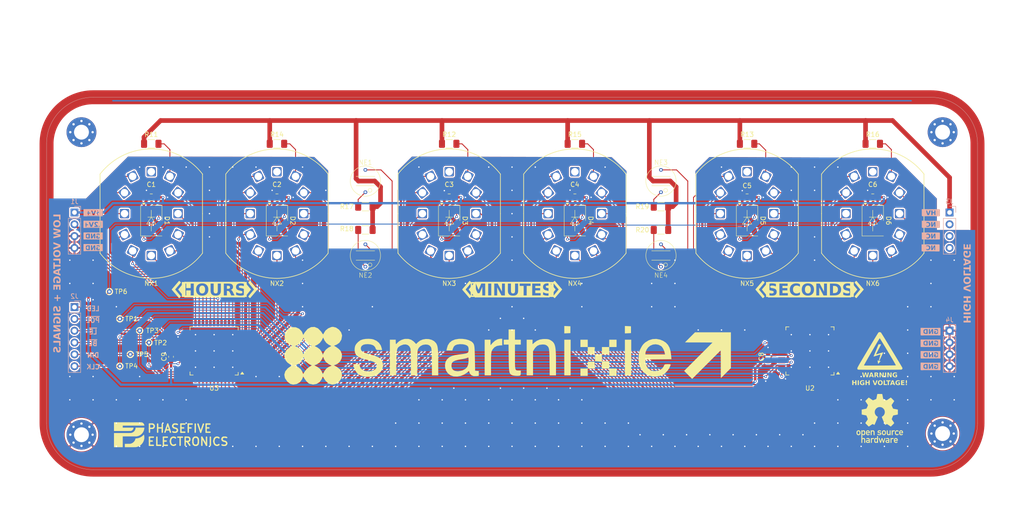
<source format=kicad_pcb>
(kicad_pcb (version 20240108) (generator "pcbnew") (generator_version "8.0")
  (title_block (title "Clock Face PCB") (date "2025-02-26") (company "phasefive"))
  (layers (0 "F.Cu" signal) (31 "B.Cu" signal) (34 "B.Paste" user) (35 "F.Paste" user) (36 "B.SilkS" user "B.Silkscreen") (37 "F.SilkS" user "F.Silkscreen") (38 "B.Mask" user) (39 "F.Mask" user) (44 "Edge.Cuts" user))
  (property "BOARD_NAME" "Clock Face")
  (property "DESIGNER" "Hugo Takizala")
  (property "DOC_TYPE" "Gerber File")
  (property "PROJECT_NAME" "Smart Nixie")
  (property "REVIEWER" "N/A")
  (property "REVISION" "1.0")
  (property "VARIANT" "PRELIMINARY")
  (net 0 "")
  (net 1 "GND")
  (net 2 "+5V")
  (net 3 "+12V")
  (net 4 "/Main/DRV_DIN_12V")
  (net 5 "/Main/DRV_CLK_12V")
  (net 6 "/Main/DRV_nLE_12V")
  (net 7 "/Main/DRV_nBL_12V")
  (net 8 "/Main/DRV_nPOL_12V")
  (net 9 "+170V")
  (net 10 "Net-(NE1-Pad2)")
  (net 11 "Net-(NE2-Pad2)")
  (net 12 "Net-(NE3-Pad2)")
  (net 13 "Net-(NE4-Pad2)")
  (net 14 "/Main/LED_DIN_5V")
  (net 15 "/Main/NIX_HV62")
  (net 16 "/Main/NIX_HV41")
  (net 17 "/Main/NIX_HV54")
  (net 18 "/Main/NIX_HV56")
  (net 19 "/Main/NIX_HV47")
  (net 20 "/Main/NIX_HV57")
  (net 21 "/Main/NIX_HV60")
  (net 22 "/Main/NIX_HV34")
  (net 23 "/Main/NIX_HV46")
  (net 24 "/Main/NIX_HV45")
  (net 25 "/Main/NIX_HV40")
  (net 26 "/Main/NIX_HV39")
  (net 27 "/Main/NIX_HV51")
  (net 28 "/Main/NIX_HV49")
  (net 29 "/Main/NIX_HV61")
  (net 30 "/Main/NIX_HV48")
  (net 31 "/Main/NIX_HV33")
  (net 32 "/Main/NIX_HV32")
  (net 33 "/Main/NIX_HV42")
  (net 34 "/Main/NIX_HV58")
  (net 35 "/Main/NIX_HV55")
  (net 36 "/Main/NIX_HV44")
  (net 37 "/Main/NIX_HV37")
  (net 38 "/Main/NIX_HV35")
  (net 39 "/Main/NIX_HV50")
  (net 40 "/Main/NIX_HV36")
  (net 41 "/Main/NIX_HV43")
  (net 42 "/Main/NIX_HV52")
  (net 43 "/Main/NIX_HV53")
  (net 44 "/Main/NIX_HV38")
  (net 45 "/Main/NIX_HV63")
  (net 46 "/Main/NIX_HV59")
  (net 47 "/Main/NIX_HV16")
  (net 48 "/Main/NIX_HV11")
  (net 49 "/Main/NIX_HV23")
  (net 50 "/Main/NIX_HV24")
  (net 51 "/Main/NIX_HV7")
  (net 52 "/Main/NIX_HV20")
  (net 53 "/Main/NIX_HV6")
  (net 54 "/Main/NIX_HV30")
  (net 55 "/Main/NIX_HV15")
  (net 56 "/Main/NIX_HV18")
  (net 57 "/Main/NIX_HV8")
  (net 58 "/Main/NIX_HV21")
  (net 59 "/Main/NIX_HV19")
  (net 60 "/Main/NIX_HV17")
  (net 61 "/Main/NIX_HV14")
  (net 62 "/Main/NIX_HV26")
  (net 63 "/Main/NIX_HV0")
  (net 64 "/Main/NIX_HV9")
  (net 65 "/Main/NIX_HV13")
  (net 66 "/Main/NIX_HV29")
  (net 67 "/Main/NIX_HV3")
  (net 68 "/Main/NIX_HV31")
  (net 69 "/Main/NIX_HV10")
  (net 70 "/Main/NIX_HV28")
  (net 71 "/Main/NIX_HV5")
  (net 72 "/Main/NIX_HV1")
  (net 73 "/Main/NIX_HV22")
  (net 74 "/Main/NIX_HV27")
  (net 75 "/Main/NIX_HV12")
  (net 76 "/Main/NIX_HV2")
  (net 77 "/Main/NIX_HV4")
  (net 78 "/Main/NIX_HV25")
  (net 79 "Net-(NX1-A)")
  (net 82 "Net-(NX2-A)")
  (net 84 "Net-(NX3-A)")
  (net 86 "Net-(NX4-A)")
  (net 87 "Net-(NX5-A)")
  (net 89 "Net-(NX6-A)")
  (net 103 "Net-(D1-DOUT)")
  (net 104 "Net-(D2-DOUT)")
  (net 105 "Net-(D3-DOUT)")
  (net 106 "Net-(D4-DOUT)")
  (net 107 "Net-(D5-DOUT)")
  (net 109 "Net-(U2-DIN)")
  (net 123 "unconnected-(H2-MP-Pad1)_4")
  (footprint "Nixie_Library:GuardRing" (layer "F.Cu") (at 152.5 105)
    (property "Reference" "REF**" (hide yes))
    (property "Value" "GuardRing" (hide yes))
  )
  (footprint "Resistor_SMD:R_1206_3216Metric_Pad1.30x1.75mm_HandSolder" (layer "F.Cu") (at 184.5 93.5 180)
    (property "Reference" "R20")
    (property "Value" "270k 1%" (hide yes))
  )
  (footprint "Graphics:SmartNixie" (layer "F.Cu") (at 152.5 119.5)
    (property "Reference" "G1")
    (property "Value" "LOGO" (hide yes))
  )
  (footprint "Resistor_SMD:R_1206_3216Metric_Pad1.30x1.75mm_HandSolder" (layer "F.Cu") (at 139 75)
    (property "Reference" "R12")
    (property "Value" "16k 1%" (hide yes))
  )
  (footprint "Nixie Library:IN_12A" (layer "F.Cu") (at 203 90)
    (property "Reference" "NX5")
    (property "Value" "IN-12A" (hide yes))
  )
  (footprint "TestPoint:TestPoint_THTPad_D1.0mm_Drill0.5mm" (layer "F.Cu") (at 72.5 115.15)
    (property "Reference" "TP3")
    (property "Value" "TestPoint" (hide yes))
  )
  (footprint "Nixie Library:IN_12A" (layer "F.Cu") (at 230 90)
    (property "Reference" "NX6")
    (property "Value" "IN-12A" (hide yes))
  )
  (footprint "Capacitor_SMD:C_0805_2012Metric_Pad1.18x1.45mm_HandSolder" (layer "F.Cu") (at 203 86.5 180)
    (property "Reference" "C5")
    (property "Value" "100n X7R 16V" (hide yes))
  )
  (footprint "Capacitor_SMD:C_0805_2012Metric_Pad1.18x1.45mm_HandSolder" (layer "F.Cu") (at 139 86.5 180)
    (property "Reference" "C3")
    (property "Value" "100n X7R 16V" (hide yes))
  )
  (footprint "Graphics:OSHW" (layer "F.Cu") (at 231.5 134)
    (property "Reference" "G3")
    (property "Value" "LOGO" (hide yes))
  )
  (footprint "Nixie Library:SKC6812RV" (layer "F.Cu") (at 102 91.5 -90)
    (property "Reference" "D2")
    (property "Value" "SKC6812RV")
  )
  (footprint "Graphics:Arrow" (layer "F.Cu") (at 194.5 120.5 90)
    (property "Reference" "G2" (hide yes))
    (property "Value" "LOGO" (hide yes))
  )
  (footprint "Capacitor_SMD:C_0805_2012Metric_Pad1.18x1.45mm_HandSolder" (layer "F.Cu") (at 75 86.5 180)
    (property "Reference" "C1")
    (property "Value" "100n X7R 16V" (hide yes))
  )
  (footprint "TestPoint:TestPoint_THTPad_D1.0mm_Drill0.5mm" (layer "F.Cu") (at 74.5 117.75)
    (property "Reference" "TP2")
    (property "Value" "TestPoint" (hide yes))
  )
  (footprint "Nixie Library:INS_1" (layer "F.Cu") (at 184.5 99)
    (property "Reference" "NE4")
    (property "Value" "INS-1")
  )
  (footprint "Nixie Library:INS_1" (layer "F.Cu") (at 121 83)
    (property "Reference" "NE1")
    (property "Value" "INS-1")
  )
  (footprint "MountingHole:MountingHole_3.2mm_M3_Pad_Via" (layer "F.Cu") (at 60 72.5)
    (property "Reference" "H1" (hide yes))
    (property "Value" "MountingHole_Pad_MP" (hide yes))
  )
  (footprint "TestPoint:TestPoint_THTPad_D1.0mm_Drill0.5mm" (layer "F.Cu") (at 68.25 112.6)
    (property "Reference" "TP1")
    (property "Value" "TestPoint" (hide yes))
  )
  (footprint "Package_QFP:PQFP-44_10x10mm_P0.8mm" (layer "F.Cu") (at 88.5 119.5 180)
    (property "Reference" "U3")
    (property "Value" "HV5530-PQFP" (hide yes))
  )
  (footprint "TestPoint:TestPoint_THTPad_D1.0mm_Drill0.5mm" (layer "F.Cu") (at 70.5 120.25)
    (property "Reference" "TP5")
    (property "Value" "TestPoint" (hide yes))
  )
  (footprint "Resistor_SMD:R_1206_3216Metric_Pad1.30x1.75mm_HandSolder" (layer "F.Cu") (at 102 75)
    (property "Reference" "R14")
    (property "Value" "16k 1%" (hide yes))
  )
  (footprint "Graphics:AbstractDecal1" (layer "F.Cu") (at 109.5 121)
    (property "Reference" "G6")
    (property "Value" "LOGO" (hide yes))
  )
  (footprint "Graphics:P5Logo" (layer "F.Cu") (at 70.25 137.5)
    (property "Reference" "G5")
    (property "Value" "LOGO" (hide yes))
  )
  (footprint "Resistor_SMD:R_1206_3216Metric_Pad1.30x1.75mm_HandSolder" (layer "F.Cu") (at 166 75)
    (property "Reference" "R15")
    (property "Value" "16k 1%" (hide yes))
  )
  (footprint "Nixie Library:IN_12A" (layer "F.Cu") (at 166 90)
    (property "Reference" "NX4")
    (property "Value" "IN-12A" (hide yes))
  )
  (footprint "MountingHole:MountingHole_3.2mm_M3_Pad_Via" (layer "F.Cu") (at 245 137.25 90)
    (property "Reference" "H4")
    (property "Value" "MountingHole_Pad_MP" (hide yes))
  )
  (footprint "Resistor_SMD:R_1206_3216Metric_Pad1.30x1.75mm_HandSolder" (layer "F.Cu") (at 121 88.5 180)
    (property "Reference" "R17")
    (property "Value" "270k 1%" (hide yes))
  )
  (footprint "Capacitor_SMD:C_0805_2012Metric_Pad1.18x1.45mm_HandSolder" (layer "F.Cu") (at 166 86.5 180)
    (property "Reference" "C4")
    (property "Value" "100n X7R 16V" (hide yes))
  )
  (footprint "Nixie Library:INS_1" (layer "F.Cu") (at 184.5 83)
    (property "Reference" "NE3")
    (property "Value" "INS-1")
  )
  (footprint "Nixie Library:SKC6812RV" (layer "F.Cu") (at 230 91.5 -90)
    (property "Reference" "D6")
    (property "Value" "SKC6812RV")
  )
  (footprint "Nixie Library:IN_12A" (layer "F.Cu") (at 75 90)
    (property "Reference" "NX1")
    (property "Value" "IN-12A" (hide yes))
  )
  (footprint "Resistor_SMD:R_1206_3216Metric_Pad1.30x1.75mm_HandSolder" (layer "F.Cu") (at 230 75)
    (property "Reference" "R16")
    (property "Value" "16k 1%" (hide yes))
  )
  (footprint "MountingHole:MountingHole_3.2mm_M3_Pad_Via" (layer "F.Cu") (at 60 137.5)
    (property "Reference" "H3")
    (property "Value" "MountingHole_Pad_MP" (hide yes))
  )
  (footprint "Nixie Library:IN_12A" (layer "F.Cu") (at 102 90)
    (property "Reference" "NX2")
    (property "Value" "IN-12A" (hide yes))
  )
  (footprint "Nixie Library:INS_1" (layer "F.Cu") (at 121 99)
    (property "Reference" "NE2")
    (property "Value" "INS-1")
  )
  (footprint "MountingHole:MountingHole_3.2mm_M3_Pad_Via" (layer "F.Cu") (at 245 72.5)
    (property "Reference" "H2" (hide yes))
    (property "Value" "MountingHole_Pad_MP" (hide yes))
  )
  (footprint "Capacitor_SMD:C_0603_1608Metric_Pad1.08x0.95mm_HandSolder" (layer "F.Cu") (at 207.5 120.75 90)
    (property "Reference" "C8")
    (property "Value" "100n X7R 50V" (hide yes))
  )
  (footprint "Resistor_SMD:R_1206_3216Metric_Pad1.30x1.75mm_HandSolder" (layer "F.Cu") (at 184.5 88.5 180)
    (property "Reference" "R19")
    (property "Value" "270k 1%" (hide yes))
  )
  (footprint "TestPoint:TestPoint_THTPad_D1.0mm_Drill0.5mm" (layer "F.Cu") (at 68.25 122.75)
    (property "Reference" "TP4")
    (property "Value" "TestPoint" (hide yes))
  )
  (footprint "Resistor_SMD:R_1206_3216Metric_Pad1.30x1.75mm_HandSolder" (layer "F.Cu") (at 121 93.5 180)
    (property "Reference" "R18")
    (property "Value" "270k 1%" (hide yes))
  )
  (footprint "Nixie Library:SKC6812RV" (layer "F.Cu") (at 139 91.5 -90)
    (property "Reference" "D3")
    (property "Value" "SKC6812RV")
  )
  (footprint "Resistor_SMD:R_1206_3216Metric_Pad1.30x1.75mm_HandSolder" (layer "F.Cu") (at 75 75)
    (property "Reference" "R11")
    (property "Value" "16k 1%" (hide yes))
  )
  (footprint "TestPoint:TestPoint_THTPad_D1.0mm_Drill0.5mm" (layer "F.Cu") (at 66 106.75)
    (property "Reference" "TP6")
    (property "Value" "TestPoint" (hide yes))
  )
  (footprint "Nixie Library:SKC6812RV" (layer "F.Cu") (at 203 91.5 -90)
    (property "Reference" "D5")
    (property "Value" "SKC6812RV")
  )
  (footprint "Nixie Library:IN_12A" (layer "F.Cu") (at 139 90)
    (property "Reference" "NX3")
    (property "Value" "IN-12A" (hide yes))
  )
  (footprint "Nixie Library:SKC6812RV" (layer "F.Cu") (at 166 91.5 -90)
    (property "Reference" "D4")
    (property "Value" "SKC6812RV")
  )
  (footprint "Capacitor_SMD:C_0603_1608Metric_Pad1.08x0.95mm_HandSolder" (layer "F.Cu") (at 79.25 120.75 90)
    (property "Reference" "C9")
    (property "Value" "100n X7R 50V" (hide yes))
  )
  (footprint "Graphics:HV" (layer "F.Cu") (at 231.5 119.5)
    (property "Reference" "G5")
    (property "Value" "LOGO" (hide yes))
  )
  (footprint "Package_QFP:PQFP-44_10x10mm_P0.8mm" (layer "F.Cu") (at 216.5 119.5 180)
    (property "Reference" "U2")
    (property "Value" "HV5530-PQFP" (hide yes))
  )
  (footprint "Capacitor_SMD:C_0805_2012Metric_Pad1.18x1.45mm_HandSolder" (layer "F.Cu") (at 102 86.5 180)
    (property "Reference" "C2")
    (property "Value" "100n X7R 16V" (hide yes))
  )
  (footprint "Resistor_SMD:R_1206_3216Metric_Pad1.30x1.75mm_HandSolder" (layer "F.Cu") (at 203 75)
    (property "Reference" "R13")
    (property "Value" "16k 1%" (hide yes))
  )
  (footprint "Capacitor_SMD:C_0805_2012Metric_Pad1.18x1.45mm_HandSolder" (layer "F.Cu") (at 230 86.5 180)
    (property "Reference" "C6")
    (property "Value" "100n X7R 16V" (hide yes))
  )
  (footprint "Nixie Library:SKC6812RV" (layer "F.Cu") (at 75 91.5 -90)
    (property "Reference" "D1")
    (property "Value" "SKC6812RV")
  )
  (footprint "Connector_PinHeader_2.54mm:PinHeader_1x04_P2.54mm_Vertical" (layer "B.Cu") (at 58.5 89.75 180)
    (property "Reference" "J1")
    (property "Value" "Conn_01x04_Pin" (hide yes))
  )
  (footprint "Connector_PinHeader_2.54mm:PinHeader_1x04_P2.54mm_Vertical" (layer "B.Cu") (at 246.5 115.15 180)
    (property "Reference" "J4")
    (property "Value" "Conn_01x04_Pin" (hide yes))
  )
  (footprint "Connector_PinHeader_2.54mm:PinHeader_1x04_P2.54mm_Vertical" (layer "B.Cu") (at 246.5 89.75 180)
    (property "Reference" "J3")
    (property "Value" "Conn_01x04_Pin" (hide yes))
  )
  (footprint "Connector_PinHeader_2.54mm:PinHeader_1x06_P2.54mm_Vertical" (layer "B.Cu") (at 58.5 110.08 180)
    (property "Reference" "J2")
    (property "Value" "Conn_01x06_Pin" (hide yes))
  )
  (gr_line (start 71 100.75) (end 71 98) (stroke (width 0.2)) (layer "F.Cu") (net 50))
  (gr_rect (start 243.55 91.7) (end 244.3 92.95) (stroke (width 0.2)) (fill solid) (layer "B.SilkS"))
  (gr_rect (start 240.625 96.75) (end 241.375 98) (stroke (width 0.2)) (fill solid) (layer "B.SilkS"))
  (gr_rect (start 64.1 96.6) (end 64.5 98) (stroke (width 0.1)) (fill solid) (layer "B.SilkS"))
  (gr_rect (start 60.5 94.1) (end 64.5 95.5) (stroke (width 0.1)) (fill none) (layer "B.SilkS"))
  (gr_rect (start 64.1 94.1) (end 64.5 95.5) (stroke (width 0.1)) (fill solid) (layer "B.SilkS"))
  (gr_rect (start 244.1 122.125) (end 244.425 123.525) (stroke (width 0.2)) (fill solid) (layer "B.SilkS"))
  (gr_rect (start 240.65 91.65) (end 244.3 92.95) (stroke (width 0.2)) (fill none) (layer "B.SilkS"))
  (gr_rect (start 60.5 94.1) (end 60.9 95.5) (stroke (width 0.1)) (fill solid) (layer "B.SilkS"))
  (gr_rect (start 60.5 91.6) (end 64.5 93) (stroke (width 0.1)) (fill none) (layer "B.SilkS"))
  (gr_rect (start 244.1 114.65) (end 244.425 116.05) (stroke (width 0.2)) (fill solid) (layer "B.SilkS"))
  (gr_rect (start 60.5 89.1) (end 64.5 90.5) (stroke (width 0.1)) (fill none) (layer "B.SilkS"))
  (gr_rect (start 243.5 96.75) (end 244.25 98) (stroke (width 0.2)) (fill solid) (layer "B.SilkS"))
  (gr_rect (start 243.55 89.2) (end 244.3 90.45) (stroke (width 0.2)) (fill solid) (layer "B.SilkS"))
  (gr_rect (start 244.1 119.625) (end 244.425 121.025) (stroke (width 0.2)) (fill solid) (layer "B.SilkS"))
  (gr_rect (start 243.55 94.2) (end 244.3 95.45) (stroke (width 0.2)) (fill solid) (layer "B.SilkS"))
  (gr_rect (start 60.5 89.1) (end 64.5 89.3) (stroke (width 0.1)) (fill solid) (layer "B.SilkS"))
  (gr_rect (start 64.2 91.6) (end 64.5 93) (stroke (width 0.1)) (fill solid) (layer "B.SilkS"))
  (gr_rect (start 244.1 117.15) (end 244.425 118.55) (stroke (width 0.2)) (fill solid) (layer "B.SilkS"))
  (gr_rect (start 60.5 96.6) (end 60.9 98) (stroke (width 0.1)) (fill solid) (layer "B.SilkS"))
  (gr_rect (start 240.4 122.125) (end 244.425 123.525) (stroke (width 0.2)) (fill none) (layer "B.SilkS"))
  (gr_rect (start 60.5 91.6) (end 60.8 93) (stroke (width 0.1)) (fill solid) (layer "B.SilkS"))
  (gr_rect (start 240.6 96.7) (end 244.25 98) (stroke (width 0.2)) (fill none) (layer "B.SilkS"))
  (gr_rect (start 240.65 91.65) (end 241.4 92.9) (stroke (width 0.2)) (fill solid) (layer "B.SilkS"))
  (gr_rect (start 60.5 96.6) (end 64.5 96.7) (stroke (width 0.1)) (fill none) (layer "B.SilkS"))
  (gr_rect (start 240.4 119.625) (end 240.8 121.025) (stroke (width 0.2)) (fill solid) (layer "B.SilkS"))
  (gr_rect (start 240.65 94.15) (end 244.3 95.45) (stroke (width 0.2)) (fill none) (layer "B.SilkS"))
  (gr_rect (start 240.4 114.65) (end 240.8 116.05) (stroke (width 0.2)) (fill solid) (layer "B.SilkS"))
  (gr_rect (start 63.8 89.25) (end 64.5 90.5) (stroke (width 0.1)) (fill solid) (layer "B.SilkS"))
  (gr_rect (start 240.4 114.65) (end 244.425 116.05) (stroke (width 0.2)) (fill none) (layer "B.SilkS"))
  (gr_rect (start 240.4 122.125) (end 240.8 123.525) (stroke (width 0.2)) (fill solid) (layer "B.SilkS"))
  (gr_rect (start 60.5 94.1) (end 64.5 94.2) (stroke (width 0.1)) (fill none) (layer "B.SilkS"))
  (gr_rect (start 60.5 91.6) (end 64.5 91.7) (stroke (width 0.1)) (fill solid) (layer "B.SilkS"))
  (gr_rect (start 240.4 117.15) (end 240.8 118.55) (stroke (width 0.2)) (fill solid) (layer "B.SilkS"))
  (gr_rect (start 240.4 119.625) (end 244.425 121.025) (stroke (width 0.2)) (fill none) (layer "B.SilkS"))
  (gr_rect (start 60.5 89.2) (end 61.2 90.5) (stroke (width 0.1)) (fill solid) (layer "B.SilkS"))
  (gr_rect (start 60.5 96.6) (end 64.5 98) (stroke (width 0.1)) (fill none) (layer "B.SilkS"))
  (gr_rect (start 240.65 89.175) (end 241.4 90.425) (stroke (width 0.2)) (fill solid) (layer "B.SilkS"))
  (gr_rect (start 240.65 89.15) (end 244.3 90.45) (stroke (width 0.2)) (fill none) (layer "B.SilkS"))
  (gr_rect (start 240.65 94.175) (end 241.4 95.425) (stroke (width 0.2)) (fill solid) (layer "B.SilkS"))
  (gr_rect (start 240.4 117.15) (end 244.425 118.55) (stroke (width 0.2)) (fill none) (layer "B.SilkS"))
  (gr_poly (pts (xy 206.65 107.8) (xy 205.4 106.3) (xy 206.65 104.8) (xy 206.4 104.55) (xy 204.9 106.3) (xy 206.4 108.05)) (stroke (width 0.2)) (fill solid) (layer "F.SilkS"))
  (gr_rect (start 82.25 104.75) (end 95 107.9) (stroke (width 0.2)) (fill none) (layer "F.SilkS"))
  (gr_poly (pts (xy 81.25 107.8) (xy 80 106.3) (xy 81.25 104.8) (xy 81 104.55) (xy 79.5 106.3) (xy 81 108.05)) (stroke (width 0.2)) (fill solid) (layer "F.SilkS"))
  (gr_poly (pts (xy 95 104.75) (xy 95 107.9) (xy 96.3 106.3)) (stroke (width 0.2)) (fill solid) (layer "F.SilkS"))
  (gr_poly (pts (xy 160.45 104.75) (xy 160.45 107.9) (xy 161.75 106.3)) (stroke (width 0.2)) (fill solid) (layer "F.SilkS"))
  (gr_poly (pts (xy 95.95 107.8) (xy 97.2 106.3) (xy 95.95 104.8) (xy 96.2 104.55) (xy 97.7 106.3) (xy 96.2 108.05)) (stroke (width 0.2)) (fill solid) (layer "F.SilkS"))
  (gr_rect (start 207.7 104.75) (end 225.25 107.9) (stroke (width 0.2)) (fill none) (layer "F.SilkS"))
  (gr_poly (pts (xy 82.2 104.75) (xy 82.2 107.9) (xy 80.9 106.3)) (stroke (width 0.2)) (fill solid) (layer "F.SilkS"))
  (gr_poly (pts (xy 226.2 107.8) (xy 227.45 106.3) (xy 226.2 104.8) (xy 226.45 104.55) (xy 227.95 106.3) (xy 226.45 108.05)) (stroke (width 0.2)) (fill solid) (layer "F.SilkS"))
  (gr_poly (pts (xy 144.6 104.75) (xy 144.6 107.9) (xy 143.3 106.3)) (stroke (width 0.2)) (fill solid) (layer "F.SilkS"))
  (gr_poly (pts (xy 161.4 107.8) (xy 162.65 106.3) (xy 161.4 104.8) (xy 161.65 104.55) (xy 163.15 106.3) (xy 161.65 108.05)) (stroke (width 0.2)) (fill solid) (layer "F.SilkS"))
  (gr_rect (start 144.6 104.75) (end 160.45 107.9) (stroke (width 0.2)) (fill none) (layer "F.SilkS"))
  (gr_poly (pts (xy 143.65 107.8) (xy 142.4 106.3) (xy 143.65 104.8) (xy 143.4 104.55) (xy 141.9 106.3) (xy 143.4 108.05)) (stroke (width 0.2)) (fill solid) (layer "F.SilkS"))
  (gr_poly (pts (xy 207.6 104.75) (xy 207.6 107.9) (xy 206.3 106.3)) (stroke (width 0.2)) (fill solid) (layer "F.SilkS"))
  (gr_poly (pts (xy 225.25 104.75) (xy 225.25 107.9) (xy 226.55 106.3)) (stroke (width 0.2)) (fill solid) (layer "F.SilkS"))
  (gr_line (start 52.5 135) (end 52.5 75) (stroke (width 0.05)) (layer "Edge.Cuts"))
  (gr_line (start 242.5 145) (end 62.5 145) (stroke (width 0.05)) (layer "Edge.Cuts"))
  (gr_line (start 62.5 65) (end 242.5 65) (stroke (width 0.05)) (layer "Edge.Cuts"))
  (gr_line (start 252.5 75) (end 252.5 135) (stroke (width 0.05)) (layer "Edge.Cuts"))
  (gr_arc (start 52.5 75) (mid 55.428932 67.928932) (end 62.5 65) (stroke (width 0.05)) (layer "Edge.Cuts"))
  (gr_arc (start 252.5 135) (mid 249.571068 142.071068) (end 242.5 145) (stroke (width 0.05)) (layer "Edge.Cuts"))
  (gr_arc (start 242.5 65) (mid 249.571068 67.928932) (end 252.5 75) (stroke (width 0.05)) (layer "Edge.Cuts"))
  (gr_arc (start 62.5 145) (mid 55.428932 142.071068) (end 52.5 135) (stroke (width 0.05)) (layer "Edge.Cuts"))
  (gr_text "~{POL}" (at 62.5 113.5 0) (layer "B.SilkS") (effects (font (size 1 1) (thickness 0.2) (bold yes)) (justify bottom mirror)))
  (gr_text "HV" (at 242.5 90.5 0) (layer "B.SilkS" knockout) (effects (font (size 1 1) (thickness 0.25) (bold yes)) (justify bottom mirror)))
  (gr_text "~{BL}" (at 62.5 118.5 0) (layer "B.SilkS") (effects (font (size 1 1) (thickness 0.2) (bold yes)) (justify bottom mirror)))
  (gr_text "LED" (at 62.5 111 0) (layer "B.SilkS") (effects (font (size 1 1) (thickness 0.2) (bold yes)) (justify bottom mirror)))
  (gr_text "5V+" (at 62.5 90.5 0) (layer "B.SilkS" knockout) (effects (font (size 1 1) (thickness 0.2) (bold yes)) (justify bottom mirror)))
  (gr_text "GND" (at 242.5 116 0) (layer "B.SilkS" knockout) (effects (font (size 1 1) (thickness 0.25) (bold yes)) (justify bottom mirror)))
  (gr_text "NC" (at 242.5 95.5 0) (layer "B.SilkS" knockout) (effects (font (size 1 1) (thickness 0.25) (bold yes)) (justify bottom mirror)))
  (gr_text "GND" (at 242.5 121 0) (layer "B.SilkS" knockout) (effects (font (size 1 1) (thickness 0.25) (bold yes)) (justify bottom mirror)))
  (gr_text "NC" (at 242.5 98 0) (layer "B.SilkS" knockout) (effects (font (size 1 1) (thickness 0.25) (bold yes)) (justify bottom mirror)))
  (gr_text "LOW VOLTAGE + SIGNALS" (at 55.75 105 90) (layer "B.SilkS") (effects (font (size 1.5 1.5) (thickness 0.3) (bold yes)) (justify bottom mirror)))
  (gr_text "HIGH VOLTAGE" (at 249.25 105 270) (layer "B.SilkS") (effects (font (size 1.5 1.5) (thickness 0.3) (bold yes)) (justify bottom mirror)))
  (gr_text "GND" (at 62.5 98 0) (layer "B.SilkS" knockout) (effects (font (size 1 1) (thickness 0.2) (bold yes)) (justify bottom mirror)))
  (gr_text "NC" (at 242.5 93 0) (layer "B.SilkS" knockout) (effects (font (size 1 1) (thickness 0.25) (bold yes)) (justify bottom mirror)))
  (gr_text "DIN" (at 62.5 121 0) (layer "B.SilkS") (effects (font (size 1 1) (thickness 0.2) (bold yes)) (justify bottom mirror)))
  (gr_text "CLK" (at 62.5 123.5 0) (layer "B.SilkS") (effects (font (size 1 1) (thickness 0.2) (bold yes)) (justify bottom mirror)))
  (gr_text "~{LE}" (at 62.5 116 0) (layer "B.SilkS") (effects (font (size 1 1) (thickness 0.2) (bold yes)) (justify bottom mirror)))
  (gr_text "GND" (at 62.5 95.5 0) (layer "B.SilkS" knockout) (effects (font (size 1 1) (thickness 0.2) (bold yes)) (justify bottom mirror)))
  (gr_text "GND" (at 242.5 123.5 0) (layer "B.SilkS" knockout) (effects (font (size 1 1) (thickness 0.25) (bold yes)) (justify bottom mirror)))
  (gr_text "GND" (at 242.5 118.5 0) (layer "B.SilkS" knockout) (effects (font (size 1 1) (thickness 0.25) (bold yes)) (justify bottom mirror)))
  (gr_text "12V+" (at 62.5 93 0) (layer "B.SilkS" knockout) (effects (font (size 1 1) (thickness 0.25) (bold yes)) (justify bottom mirror)))
  (gr_text "PHASEFIVE\nELECTRONICS" (at 74 140 0) (layer "F.SilkS") (effects (font (size 1.75 1.75) (thickness 0.3) (bold yes)) (justify left bottom)))
  (gr_text "HOURS" (at 88.5 108 0) (layer "F.SilkS" knockout) (effects (font (size 2.5 2.5) (thickness 0.3) (bold yes)) (justify bottom)))
  (gr_text "WARNING\nHIGH VOLTAGE!" (at 231.5 127 0) (layer "F.SilkS") (effects (font (size 1 1) (thickness 0.25) (bold yes)) (justify bottom)))
  (gr_text "SECONDS" (at 216.5 108 0) (layer "F.SilkS" knockout) (effects (font (size 2.5 2.5) (thickness 0.3) (bold yes)) (justify bottom)))
  (gr_text "MINUTES" (at 152.5 108 0) (layer "F.SilkS" knockout) (effects (font (size 2.5 2.5) (thickness 0.3) (bold yes)) (justify bottom)))
  (segment (start 73.4 89.15) (end 73.4 87.85) (width 0.5) (layer "F.Cu") (net 1))
  (segment (start 164.9625 84.95) (end 164.9625 86.5) (width 0.5) (layer "F.Cu") (net 1))
  (segment (start 73.9625 85) (end 73.9625 86.5) (width 0.5) (layer "F.Cu") (net 1))
  (segment (start 137.4 88.1) (end 137.9625 87.5375) (width 0.5) (layer "F.Cu") (net 1))
  (segment (start 228.9 85) (end 228.9 86.4375) (width 0.5) (layer "F.Cu") (net 1))
  (segment (start 82.45 120.299999) (end 80.549999 120.299999) (width 0.3) (layer "F.Cu") (net 1))
  (segment (start 73.4 87.85) (end 73.9625 87.2875) (width 0.5) (layer "F.Cu") (net 1))
  (segment (start 209.049999 120.299999) (end 210.45 120.299999) (width 0.2) (layer "F.Cu") (net 1))
  (segment (start 164.4 89.15) (end 164.4 88.1) (width 0.5) (layer "F.Cu") (net 1))
  (segment (start 207.5 118.75) (end 207.5 119.8875) (width 0.5) (layer "F.Cu") (net 1))
  (segment (start 228.4 88.1) (end 228.9625 87.5375) (width 0.5) (layer "F.Cu") (net 1))
  (segment (start 208 119.887499) (end 208.637499 119.887499) (width 0.2) (layer "F.Cu") (net 1))
  (segment (start 164.9625 87.5375) (end 164.9625 86.5) (width 0.5) (layer "F.Cu") (net 1))
  (segment (start 78 119.8875) (end 79.25 119.8875) (width 0.5) (layer "F.Cu") (net 1))
  (segment (start 201.9625 87.5375) (end 201.9625 86.5) (width 0.5) (layer "F.Cu") (net 1))
  (segment (start 228.9 86.4375) (end 228.9625 86.5) (width 0.3) (layer "F.Cu") (net 1))
  (segment (start 73.9625 87.2875) (end 73.9625 86.5) (width 0.5) (layer "F.Cu") (net 1))
  (segment (start 80.549999 120.299999) (end 80.1375 119.8875) (width 0.3) (layer "F.Cu") (net 1))
  (segment (start 137.9625 87.5375) (end 137.9625 86.5) (width 0.5) (layer "F.Cu") (net 1))
  (segment (start 208.637499 119.887499) (end 209.049999 120.299999) (width 0.2) (layer "F.Cu") (net 1))
  (segment (start 100.9625 85) (end 100.9625 86.5) (width 0.5) (layer "F.Cu") (net 1))
  (segment (start 201.4 89.15) (end 201.4 88.1) (width 0.5) (layer "F.Cu") (net 1))
  (segment (start 100.4 89.15) (end 100.4 88.1) (width 0.5) (layer "F.Cu") (net 1))
  (segment (start 201.4 88.1) (end 201.9625 87.5375) (width 0.5) (layer "F.Cu") (net 1))
  (segment (start 80.1375 119.8875) (end 79.5 119.8875) (width 0.3) (layer "F.Cu") (net 1))
  (segment (start 137.4 89.15) (end 137.4 88.1) (width 0.5) (layer "F.Cu") (net 1))
  (segment (start 228.9625 87.5375) (end 228.9625 86.5) (width 0.5) (layer "F.Cu") (net 1))
  (segment (start 201.9625 85.0625) (end 201.9625 86.5) (width 0.5) (layer "F.Cu") (net 1))
  (segment (start 58.58 94.83) (end 58.5 94.83) (width 0.5) (layer "F.Cu") (net 1))
  (segment (start 137.9625 85.0625) (end 137.9625 86.5) (width 0.5) (layer "F.Cu") (net 1))
  (segment (start 100.4 88.1) (end 100.9625 87.5375) (width 0.5) (layer "F.Cu") (net 1))
  (segment (start 228.4 89.15) (end 228.4 88.1) (width 0.5) (layer "F.Cu") (net 1))
  (segment (start 100.9625 87.5375) (end 100.9625 86.5) (width 0.5) (layer "F.Cu") (net 1))
  (segment (start 164.4 88.1) (end 164.9625 87.5375) (width 0.5) (layer "F.Cu") (net 1))
  (via (at 220.5 119.5) (size 0.6) (drill 0.3) (layers "F.Cu" "B.Cu") (net 1))
  (via (at 157.5 130) (size 0.6) (drill 0.3) (layers "F.Cu" "B.Cu") (net 1))
  (via (at 107.5 100) (size 0.6) (drill 0.3) (layers "F.Cu" "B.Cu") (net 1))
  (via (at 190 137.5) (size 0.6) (drill 0.3) (layers "F.Cu" "B.Cu") (net 1))
  (via (at 187.5 110) (size 0.6) (drill 0.3) (layers "F.Cu" "B.Cu") (net 1))
  (via (at 157.5 80) (size 0.6) (drill 0.3) (layers "F.Cu" "B.Cu") (net 1))
  (via (at 142.5 140) (size 0.6) (drill 0.3) (layers "F.Cu" "B.Cu") (net 1))
  (via (at 237.5 130) (size 0.6) (drill 0.3) (layers "F.Cu" "B.Cu") (net 1))
  (via (at 182.5 110) (size 0.6) (drill 0.3) (layers "F.Cu" "B.Cu") (net 1))
  (via (at 78 119.8875) (size 0.6) (drill 0.3) (layers "F.Cu" "B.Cu") (net 1))
  (via (at 132.5 130) (size 0.6) (drill 0.3) (layers "F.Cu" "B.Cu") (net 1))
  (via (at 87.5 140) (size 0.6) (drill 0.3) (layers "F.Cu" "B.Cu") (net 1))
  (via (at 127.5 140) (size 0.6) (drill 0.3) (layers "F.Cu" "B.Cu") (net 1))
  (via (at 232.5 120) (size 0.6) (drill 0.3) (layers "F.Cu" "B.Cu") (net 1))
  (via (at 147.5 115) (size 0.6) (drill 0.3) (layers "F.Cu" "B.Cu") (net 1))
  (via (at 202.5 115) (size 0.6) (drill 0.3) (layers "F.Cu" "B.Cu") (net 1))
  (via (at 152.5 90) (size 0.6) (drill 0.3) (layers "F.Cu" "B.Cu") (net 1))
  (via (at 117.5 140) (size 0.6) (drill 0.3) (layers "F.Cu" "B.Cu") (net 1))
  (via (at 217.5 135) (size 0.6) (drill 0.3) (layers "F.Cu" "B.Cu") (net 1))
  (via (at 167.5 140) (size 0.6) (drill 0.3) (layers "F.Cu" "B.Cu") (net 1))
  (via (at 242.5 120) (size 0.6) (drill 0.3) (layers "F.Cu" "B.Cu") (net 1))
  (via (at 247.5 100) (size 0.6) (drill 0.3) (layers "F.Cu" "B.Cu") (net 1))
  (via (at 227.5 125) (size 0.6) (drill 0.3) (layers "F.Cu" "B.Cu") (net 1))
  (via (at 157.5 135) (size 0.6) (drill 0.3) (layers "F.Cu" "B.Cu") (net 1))
  (via (at 147.5 80) (size 0.6) (drill 0.3) (layers "F.Cu" "B.Cu") (net 1))
  (via (at 135 127.5) (size 0.6) (drill 0.3) (layers "F.Cu" "B.Cu") (net 1))
  (via (at 207.5 118.75) (size 0.6) (drill 0.3) (layers "F.Cu" "B.Cu") (net 1))
  (via (at 217.5 80) (size 0.6) (drill 0.3) (layers "F.Cu" "B.Cu") (net 1))
  (via (at 62.5 108.5) (size 0.6) (drill 0.3) (layers "F.Cu" "B.Cu") (net 1))
  (via (at 216.5 116) (size 0.6) (drill 0.3) (layers "F.Cu" "B.Cu") (net 1))
  (via (at 182.5 140) (size 0.6) (drill 0.3) (layers "F.Cu" "B.Cu") (net 1))
  (via (at 72.5 80) (size 0.6) (drill 0.3) (layers "F.Cu" "B.Cu") (net 1))
  (via (at 88.5 116) (size 0.6) (drill 0.3) (layers "F.Cu" "B.Cu") (net 1))
  (via (at 167.5 135) (size 0.6) (drill 0.3) (layers "F.Cu" "B.Cu") (net 1))
  (via (at 232.5 140) (size 0.6) (drill 0.3) (layers "F.Cu" "B.Cu") (net 1))
  (via (at 67.5 140) (size 0.7) (drill 0.35) (layers "F.Cu" "B.Cu") (net 1))
  (via (at 212.5 119.5) (size 0.6) (drill 0.3) (layers "F.Cu" "B.Cu") (net 1))
  (via (at 200 137.5) (size 0.6) (drill 0.3) (layers "F.Cu" "B.Cu") (net 1))
  (via (at 122.5 110) (size 0.6) (drill 0.3) (layers "F.Cu" "B.Cu") (net 1))
  (via (at 170 127.5) (size 0.6) (drill 0.3) (layers "F.Cu" "B.Cu") (net 1))
  (via (at 152.5 130) (size 0.6) (drill 0.3) (layers "F.Cu" "B.Cu") (net 1))
  (via (at 92.5 123) (size 0.6) (drill 0.3) (layers "F.Cu" "B.Cu") (net 1))
  (via (at 97.5 125) (size 0.6) (drill 0.3) (layers "F.Cu" "B.Cu") (net 1))
  (via (at 57.5 130) (size 0.6) (drill 0.3) (layers "F.Cu" "B.Cu") (net 1))
  (via (at 212.5 140) (size 0.6) (drill 0.3) (layers "F.Cu" "B.Cu") (net 1))
  (via (at 197.5 140) (size 0.6) (drill 0.3) (layers "F.Cu" "B.Cu") (net 1))
  (via (at 72.5 135) (size 0.6) (drill 0.3) (layers "F.Cu" "B.Cu") (net 1))
  (via (at 78.5 86.5) (size 0.6) (drill 0.3) (layers "F.Cu" "B.Cu") (net 1))
  (via (at 206.5 86.5) (size 0.6) (drill 0.3) (layers "F.Cu" "B.Cu") (net 1))
  (via (at 162.5 135) (size 0.6) (drill 0.3) (layers "F.Cu" "B.Cu") (net 1))
  (via (at 87.5 90) (size 0.6) (drill 0.3) (layers "F.Cu" "B.Cu") (net 1))
  (via (at 202.5 140) (size 0.6) (drill 0.3) (layers "F.Cu" "B.Cu") (net 1))
  (via (at 62.5 130) (size 0.6) (drill 0.3) (layers "F.Cu" "B.Cu") (net 1))
  (via (at 72.5 130) (size 0.6) (drill 0.3) (layers "F.Cu" "B.Cu") (net 1))
  (via (at 92.5 119.5) (size 0.6) (drill 0.3) (layers "F.Cu" "B.Cu") (net 1))
  (via (at 147.5 130) (size 0.6) (drill 0.3) (layers "F.Cu" "B.Cu") (net 1))
  (via (at 82.5 130) (size 0.6) (drill 0.3) (layers "F.Cu" "B.Cu") (net 1))
  (via (at 247.5 130) (size 0.6) (drill 0.3) (layers "F.Cu" "B.Cu") (net 1))
  (via (at 227.5 140) (size 0.6) (drill 0.3) (layers "F.Cu" "B.Cu") (net 1))
  (via (at 233.25 86.5) (size 0.6) (drill 0.3) (layers "F.Cu" "B.Cu") (net 1))
  (via (at 73.9625 85) (size 0.6) (drill 0.3) (layers "F.Cu" "B.Cu") (net 1))
  (via (at 222.5 140) (size 0.6) (drill 0.3) (layers "F.Cu" "B.Cu") (net 1))
  (via (at 62.5 105) (size 0.6) (drill 0.3) (layers "F.Cu" "B.Cu") (net 1))
  (via (at 88.5 123) (size 0.6) (drill 0.3) (layers "F.Cu" "B.Cu") (net 1))
  (via (at 162.5 130) (size 0.6) (drill 0.3) (layers "F.Cu" "B.Cu") (net 1))
  (via (at 112.5 140) (size 0.6) (drill 0.3) (layers "F.Cu" "B.Cu") (net 1))
  (via (at 150 127.5) (size 0.6) (drill 0.3) (layers "F.Cu" "B.Cu") (net 1))
  (via (at 162.5 140) (size 0.6) (drill 0.3) (layers "F.Cu" "B.Cu") (net 1))
  (via (at 72.5 125) (size 0.6) (drill 0.3) (layers "F.Cu" "B.Cu") (net 1))
  (via (at 107.5 105) (size 0.6) (drill 0.3) (layers "F.Cu" "B.Cu") (net 1))
  (via (at 102.5 125) (size 0.6) (drill 0.3) (layers "F.Cu" "B.Cu") (net 1))
  (via (at 167.5 110) (size 0.6) (drill 0.3) (layers "F.Cu" "B.Cu") (net 1))
  (via (at 247.5 125) (size 0.6) (drill 0.3) (layers "F.Cu" "B.Cu") (net 1))
  (via (at 117.5 115) (size 0.6) (drill 0.3) (layers "F.Cu" "B.Cu") (net 1))
  (via (at 228.9 85) (size 0.6) (drill 0.3) (layers "F.Cu" "B.Cu") (net 1))
  (via (at 67.5 110) (size 0.6) (drill 0.3) (layers "F.Cu" "B.Cu") (net 1))
  (via (at 152.5 100) (size 0.6) (drill 0.3) (layers "F.Cu" "B.Cu") (net 1))
  (via (at 192.5 140) (size 0.6) (drill 0.3) (layers "F.Cu" "B.Cu") (net 1))
  (via (at 237.5 120) (size 0.6) (drill 0.3) (layers "F.Cu" "B.Cu") (net 1))
  (via (at 212.5 85) (size 0.6) (drill 0.3) (layers "F.Cu" "B.Cu") (net 1))
  (via (at 152.5 135) (size 0.6) (drill 0.3) (layers "F.Cu" "B.Cu") (net 1))
  (via (at 197.5 115) (size 0.6) (drill 0.3) (layers "F.Cu" "B.Cu") (net 1))
  (via (at 137.5 135) (size 0.6) (drill 0.3) (layers "F.Cu" "B.Cu") (net 1))
  (via (at 222.5 135) (size 0.6) (drill 0.3) (layers "F.Cu" "B.Cu") (net 1))
  (via (at 142.5 135) (size 0.6) (drill 0.3) (layers "F.Cu" "B.Cu") (net 1))
  (via (at 105.5 86.5) (size 0.6) (drill 0.3) (layers "F.Cu" "B.Cu") (net 1))
  (via (at 217.5 140) (size 0.6) (drill 0.3) (layers "F.Cu" "B.Cu") (net 1))
  (via (at 237.5 125) (size 0.6) (drill 0.3) (layers "F.Cu" "B.Cu") (net 1))
  (via (at 107.5 80) (size 0.6) (drill 0.3) (layers "F.Cu" "B.Cu") (net 1))
  (via (at 242.5 130) (size 0.6) (drill 0.3) (layers "F.Cu" "B.Cu") (net 1))
  (via (at 164.9625 84.95) (size 0.6) (drill 0.3) (layers "F.Cu" "B.Cu") (net 1))
  (via (at 157.5 140) (size 0.6) (drill 0.3) (layers "F.Cu" "B.Cu") (net 1))
  (via (at 242.5 110) (size 0.6) (drill 0.3) (layers "F.Cu" "B.Cu") (net 1))
  (via (at 87.5 95) (size 0.6) (drill 0.3) (layers "F.Cu" "B.Cu") (net 1))
  (via (at 192.5 115) (size 0.6) (drill 0.3) (layers "F.Cu" "B.Cu") (net 1))
  (via (at 227.5 130) (size 0.6) (drill 0.3) (layers "F.Cu" "B.Cu") (net 1))
  (via (at 212.5 80) (size 0.6) (drill 0.3) (layers "F.Cu" "B.Cu") (net 1))
  (via (at 232.5 135) (size 0.6) (drill 0.3) (layers "F.Cu" "B.Cu") (net 1))
  (via (at 142.5 86.5) (size 0.6) (drill 0.3) (layers "F.Cu" "B.Cu") (net 1))
  (via (at 172.5 80) (size 0.6) (drill 0.3) (layers "F.Cu" "B.Cu") (net 1))
  (via (at 142.5 130) (size 0.6) (drill 0.3) (layers "F.Cu" "B.Cu") (net 1))
  (via (at 140 127.5) (size 0.6) (drill 0.3) (layers "F.Cu" "B.Cu") (net 1))
  (via (at 100.9625 85) (size 0.6) (drill 0.3) (layers "F.Cu" "B.Cu") (net 1))
  (via (at 92.5 140) (size 0.6) (drill 0.3) (layers "F.Cu" "B.Cu") (net 1))
  (via (at 155 112.5) (size 0.6) (drill 0.3) (layers "F.Cu" "B.Cu") (net 1))
  (via (at 237.5 135) (size 0.6) (drill 0.3) (layers "F.Cu" "B.Cu") (net 1))
  (via (at 132.5 80) (size 0.6) (drill 0.3) (layers "F.Cu" "B.Cu") (net 1))
  (via (at 212.5 123) (size 0.6) (drill 0.3) (layers "F.Cu" "B.Cu") (net 1))
  (via (at 80.75 116.5) (size 0.6) (drill 0.3) (layers "F.Cu" "B.Cu") (net 1))
  (via (at 207.5 140) (size 0.6) (drill 0.3) (layers "F.Cu" "B.Cu") (net 1))
  (via (at 197.5 80) (size 0.6) (drill 0.3) (layers "F.Cu" "B.Cu") (net 1))
  (via (at 84.5 116) (size 0.6) (drill 0.3) (layers "F.Cu" "B.Cu") (net 1))
  (via (at 102.5 140) (size 0.6) (drill 0.3) (layers "F.Cu" "B.Cu") (net 1))
  (via (at 160 127.5) (size 0.6) (drill 0.3) (layers "F.Cu" "B.Cu") (net 1))
  (via (at 84.5 119.5) (size 0.6) (drill 0.3) (layers "F.Cu" "B.Cu") (net 1))
  (via (at 195 137.5) (size 0.6) (drill 0.3) (layers "F.Cu" "B.Cu") (net 1))
  (via (at 77.5 80) (size 0.6) (drill 0.3) (layers "F.Cu" "B.Cu") (net 1))
  (via (at 82.5 80) (size 0.6) (drill 0.3) (layers "F.Cu" "B.Cu") (net 1))
  (via (at 187.5 140) (size 0.6) (drill 0.3) (layers "F.Cu" "B.Cu") (net 1))
  (via (at 242.5 105) (size 0.6) (drill 0.3) (layers "F.Cu" "B.Cu") (net 1))
  (via (at 77.5 130) (size 0.6) (drill 0.3) (layers "F.Cu" "B.Cu") (net 1))
  (via (at 87.5 80) (size 0.6) (drill 0.3) (layers "F.Cu" "B.Cu") (net 1))
  (via (at 216.5 123) (size 0.6) (drill 0.3) (layers "F.Cu" "B.Cu") (net 1))
  (via (at 227.5 135) (size 0.6) (drill 0.3) (layers "F.Cu" "B.Cu") (net 1))
  (via (at 220.5 123) (size 0.6) (drill 0.3) (layers "F.Cu" "B.Cu") (net 1))
  (via (at 222.5 80) (size 0.6) (drill 0.3) (layers "F.Cu" "B.Cu") (net 1))
  (via (at 169.5 86.5) (size 0.6) (drill 0.3) (layers "F.Cu" "B.Cu") (net 1))
  (via (at 187.5 105) (size 0.6) (drill 0.3) (layers "F.Cu" "B.Cu") (net 1))
  (via (at 222.5 130) (size 0.6) (drill 0.3) (layers "F.Cu" "B.Cu") (net 1))
  (via (at 152.5 95) (size 0.6) (drill 0.3) (layers "F.Cu" "B.Cu") (net 1))
  (via (at 177.5 135) (size 0.6) (drill 0.3) (layers "F.Cu" "B.Cu") (net 1))
  (via (at 97.5 140) (size 0.6) (drill 0.3) (layers "F.Cu" "B.Cu") (net 1))
  (via (at 216.5 119.5) (size 0.6) (drill 0.3) (layers "F.Cu" "B.Cu") (net 1))
  (via (at 201.9625 85.0625) (size 0.6) (drill 0.3) (layers "F.Cu" "B.Cu") (net 1))
  (via (at 152.5 85) (size 0.6) (drill 0.3) (layers "F.Cu" "B.Cu") (net 1))
  (via (at 137.5 130) (size 0.6) (drill 0.3) (layers "F.Cu" "B.Cu") (net 1))
  (via (at 107.5 140) (size 0.6) (drill 0.3) (layers "F.Cu" "B.Cu") (net 1))
  (via (at 62.5 125) (size 0.6) (drill 0.3) (layers "F.Cu" "B.Cu") (net 1))
  (via (at 147.5 135) (size 0.6) (drill 0.3) (layers "F.Cu" "B.Cu") (net 1))
  (via (at 242.5 125) (size 0.6) (drill 0.3) (layers "F.Cu" "B.Cu") (net 1))
  (via (at 77.5 140) (size 0.6) (drill 0.3) (layers "F.Cu" "B.Cu") (net 1))
  (via (at 237.5 110) (size 0.6) (drill 0.3) (layers "F.Cu" "B.Cu") (net 1))
  (via (at 217.5 100) (size 0.6) (drill 0.3) (layers "F.Cu" "B.Cu") (net 1))
  (via (at 167.5 105) (size 0.6) (drill 0.3) (layers "F.Cu" "B.Cu") (net 1))
  (via (at 212.5 116) (size 0.6) (drill 0.3) (layers "F.Cu" "B.Cu") (net 1))
  (via (at 57.5 100) (size 0.6) (drill 0.3) (layers "F.Cu" "B.Cu") (net 1))
  (via (at 210 137.5) (size 0.6) (drill 0.3) (layers "F.Cu" "B.Cu") (net 1))
  (via (at 205 137.5) (size 0.6) (drill 0.3) (layers "F.Cu" "B.Cu") (net 1))
  (via (at 57.5 105) (size 0.6) (drill 0.3) (layers "F.Cu" "B.Cu") (net 1))
  (via (at 187.5 100) (size 0.6) (drill 0.3) (layers "F.Cu" "B.Cu") (net 1))
  (via (at 112.5 85) (size 0.6) (drill 0.3) (layers "F.Cu" "B.Cu") (net 1))
  (via (at 237.5 115) (size 0.6) (drill 0.3) (layers "F.Cu" "B.Cu") (net 1))
  (via (at 107.5 110) (size 0.6) (drill 0.3) (layers "F.Cu" "B.Cu") (net 1))
  (via (at 137.9625 85.0625) (size 0.6) (drill 0.3) (layers "F.Cu" "B.Cu") (net 1))
  (via (at 217.5 95) (size 0.6) (drill 0.3) (layers "F.Cu" "B.Cu") (net 1))
  (via (at 57.5 125) (size 0.6) (drill 0.3) (layers "F.Cu" "B.Cu") (net 1))
  (via (at 78 91) (size 0.6) (drill 0.3) (layers "F.Cu" "B.Cu") (net 1))
  (via (at 122.5 140) (size 0.6) (drill 0.3) (layers "F.Cu" "B.Cu") (net 1))
  (via (at 127.5 135) (size 0.6) (drill 0.3) (layers "F.Cu" "B.Cu") (net 1))
  (via (at 142.5 105) (size 0.6) (drill 0.3) (layers "F.Cu" "B.Cu") (net 1))
  (via (at 157.5 115) (size 0.6) (drill 0.3) (layers "F.Cu" "B.Cu") (net 1))
  (via (at 172.5 135) (size 0.6) (drill 0.3) (layers "F.Cu" "B.Cu") (net 1))
  (via (at 152.5 115) (size 0.6) (drill 0.3) (layers "F.Cu" "B.Cu") (net 1))
  (via (at 155 127.5) (size 0.6) (drill 0.3) (layers "F.Cu" "B.Cu") (net 1))
  (via (at 84.5 123) (size 0.6) (drill 0.3) (layers "F.Cu" "B.Cu") (net 1))
  (via (at 165 127.5) (size 0.6) (drill 0.3) (layers "F.Cu" "B.Cu") (net 1))
  (via (at 82.5 140) (size 0.6) (drill 0.3) (layers "F.Cu" "B.Cu") (net 1))
  (via (at 67.5 135) (size 0.6) (drill 0.3) (layers "F.Cu" "B.Cu") (net 1))
  (via (at 77.5 135) (size 0.6) (drill 0.3) (layers "F.Cu" "B.Cu") (net 1))
  (via (at 217.5 85) (size 0.6) (drill 0.3) (layers "F.Cu" "B.Cu") (net 1))
  (via (at 172.5 140) (size 0.6) (drill 0.3) (layers "F.Cu" "B.Cu") (net 1))
  (via (at 177.5 140) (size 0.6) (drill 0.3) (layers "F.Cu" "B.Cu") (net 1))
  (via (at 72.5 140) (size 0.6) (drill 0.3) (layers "F.Cu" "B.Cu") (net 1))
  (via (at 220.5 116) (size 0.6) (drill 0.3) (layers "F.Cu" "B.Cu") (net 1))
  (via (at 92.5 116) (size 0.6) (drill 0.3) (layers "F.Cu" "B.Cu") (net 1))
  (via (at 152.5 110) (size 0.6) (drill 0.3) (layers "F.Cu" "B.Cu") (net 1))
  (via (at 242.5 100) (size 0.6) (drill 0.3) (layers "F.Cu" "B.Cu") (net 1))
  (via (at 92.5 80) (size 0.6) (drill 0.3) (layers "F.Cu" "B.Cu") (net 1))
  (via (at 232.5 130) (size 0.6) (drill 0.3) (layers "F.Cu" "B.Cu") (net 1))
  (via (at 150 112.5) (size 0.6) (drill 0.3) (layers "F.Cu" "B.Cu") (net 1))
  (via (at 207 126) (size 0.6) (drill 0.3) (layers "F.Cu" "B.Cu") (net 1))
  (via (at 185 137.5) (size 0.6) (drill 0.3) (layers "F.Cu" "B.Cu") (net 1))
  (via (at 167.5 130) (size 0.6) (drill 0.3) (layers "F.Cu" "B.Cu") (net 1))
  (via (at 132.5 135) (size 0.6) (drill 0.3) (layers "F.Cu" "B.Cu") (net 1))
  (via (at 87.5 85) (size 0.6) (drill 0.3) (layers "F.Cu" "B.Cu") (net 1))
  (via (at 88.5 119.5) (size 0.6) (drill 0.3) (layers "F.Cu" "B.Cu") (net 1))
  (via (at 147.5 140) (size 0.6) (drill 0.3) (layers "F.Cu" "B.Cu") (net 1))
  (via (at 132.5 140) (size 0.6) (drill 0.3) (layers "F.Cu" "B.Cu") (net 1))
  (via (at 237.5 140) (size 0.6) (drill 0.3) (layers "F.Cu" "B.Cu") (net 1))
  (via (at 215 137.5) (size 0.6) (drill 0.3) (layers "F.Cu" "B.Cu") (net 1))
  (via (at 152.5 80) (size 0.6) (drill 0.3) (layers "F.Cu" "B.Cu") (net 1))
  (via (at 182.5 105) (size 0.6) (drill 0.3) (layers "F.Cu" "B.Cu") (net 1))
  (via (at 97.5 80) (size 0.6) (drill 0.3) (layers "F.Cu" "B.Cu") (net 1))
  (via (at 62.5 100) (size 0.6) (drill 0.3) (layers "F.Cu" "B.Cu") (net 1))
  (via (at 180 137.5) (size 0.6) (drill 0.3) (layers "F.Cu" "B.Cu") (net 1))
  (via (at 211.25 125.5) (size 0.6) (drill 0.3) (layers "F.Cu" "B.Cu") (net 1))
  (via (at 82.5 135) (size 0.6) (drill 0.3) (layers "F.Cu" "B.Cu") (net 1))
  (via (at 152.5 140) (size 0.6) (drill 0.3) (layers "F.Cu" "B.Cu") (net 1))
  (via (at 232.5 125) (size 0.6) (drill 0.3) (layers "F.Cu" "B.Cu") (net 1))
  (via (at 137.5 140) (size 0.6) (drill 0.3) (layers "F.Cu" "B.Cu") (net 1))
  (via (at 67.5 130) (size 0.6) (drill 0.3) (layers "F.Cu" "B.Cu") (net 1))
  (segment (start 232.5 65.75) (end 238.25 65.75) (width 0.3) (layer "B.Cu") (net 1))
  (segment (start 66.75 65.75) (end 72.5 65.75) (width 0.3) (layer "B.Cu") (net 1))
  (segment (start 72.5 65.75) (end 232.5 65.75) (width 0.3) (layer "B.Cu") (net 1))
  (segment (start 139.35 93.85) (end 140.35 93.85) (width 0.5) (layer "F.Cu") (net 2))
  (segment (start 102.6 93.83125) (end 103.6 93.83125) (width 0.5) (layer "F.Cu") (net 2))
  (segment (start 203.35 93.85) (end 204.6 93.85) (width 0.5) (layer "F.Cu") (net 2))
  (segment (start 202.9 93.4) (end 203.35 93.85) (width 0.5) (layer "F.Cu") (net 2))
  (segment (start 205.5 86.5) (end 204.0375 86.5) (width 0.5) (layer "F.Cu") (net 2))
  (segment (start 103.0375 87.73125) (end 103.0375 86.48125) (width 0.5) (layer "F.Cu") (net 2))
  (segment (start 231.0375 87.8) (end 229.9 88.9375) (width 0.5) (layer "F.Cu") (net 2))
  (segment (start 229.9 88.9375) (end 229.9 93.4) (width 0.5) (layer "F.Cu") (net 2))
  (segment (start 168.5 86.5) (end 167.0375 86.5) (width 0.5) (layer "F.Cu") (net 2))
  (segment (start 75 93.25) (end 75.6 93.85) (width 0.5) (layer "F.Cu") (net 2))
  (segment (start 103.0375 87.73125) (end 102 88.76875) (width 0.5) (layer "F.Cu") (net 2))
  (segment (start 230.35 93.85) (end 231.6 93.85) (width 0.5) (layer "F.Cu") (net 2))
  (segment (start 204.0375 87.8) (end 202.9 88.9375) (width 0.5) (layer "F.Cu") (net 2))
  (segment (start 141.5 86.5) (end 140.0375 86.5) (width 0.5) (layer "F.Cu") (net 2))
  (segment (start 166.36875 93.85) (end 167.36875 93.85) (width 0.5) (layer "F.Cu") (net 2))
  (segment (start 139.9375 87.9) (end 138.9 88.9375) (width 0.5) (layer "F.Cu") (net 2))
  (segment (start 75.6 93.85) (end 76.6 93.85) (width 0.5) (layer "F.Cu") (net 2))
  (segment (start 204.0375 86.5) (end 204.0375 87.8) (width 0.5) (layer "F.Cu") (net 2))
  (segment (start 232.375 86.5) (end 231.0375 86.5) (width 0.5) (layer "F.Cu") (net 2))
  (segment (start 76.0375 87.75) (end 76.0375 86.5) (width 0.5) (layer "F.Cu") (net 2))
  (segment (start 76.0375 87.75) (end 75 88.7875) (width 0.5) (layer "F.Cu") (net 2))
  (segment (start 166 88.8) (end 166 93.48125) (width 0.5) (layer "F.Cu") (net 2))
  (segment (start 166 93.48125) (end 166.36875 93.85) (width 0.5) (layer "F.Cu") (net 2))
  (segment (start 77.5 86.5) (end 76.0375 86.5) (width 0.5) (layer "F.Cu") (net 2))
  (segment (start 102 88.76875) (end 102 93.23125) (width 0.5) (layer "F.Cu") (net 2))
  (segment (start 139.9375 86.65) (end 139.9375 87.9) (width 0.5) (layer "F.Cu") (net 2))
  (segment (start 167.0375 87.7625) (end 166 88.8) (width 0.5) (layer "F.Cu") (net 2))
  (segment (start 138.9 88.9375) (end 138.9 93.4) (width 0.5) (layer "F.Cu") (net 2))
  (segment (start 102 93.23125) (end 102.6 93.83125) (width 0.5) (layer "F.Cu") (net 2))
  (segment (start 229.9 93.4) (end 230.35 93.85) (width 0.5) (layer "F.Cu") (net 2))
  (segment (start 75 88.7875) (end 75 93.25) (width 0.5) (layer "F.Cu") (net 2))
  (segment (start 167.0375 86.73125) (end 167.0375 87.7625) (width 0.5) (layer "F.Cu") (net 2))
  (segment (start 231.0375 86.5) (end 231.0375 87.8) (width 0.5) (layer "F.Cu") (net 2))
  (segment (start 202.9 88.9375) (end 202.9 93.4) (width 0.5) (layer "F.Cu") (net 2))
  (segment (start 104.5 86.5) (end 103.0375 86.5) (width 0.5) (layer "F.Cu") (net 2))
  (segment (start 138.9 93.4) (end 139.35 93.85) (width 0.5) (layer "F.Cu") (net 2))
  (via (at 77.5 86.5) (size 0.6) (drill 0.3) (layers "F.Cu" "B.Cu") (net 2))
  (via (at 104.5 86.5) (size 0.6) (drill 0.3) (layers "F.Cu" "B.Cu") (net 2))
  (via (at 168.5 86.5) (size 0.6) (drill 0.3) (layers "F.Cu" "B.Cu") (net 2))
  (via (at 232.375 86.5) (size 0.6) (drill 0.3) (layers "F.Cu" "B.Cu") (net 2))
  (via (at 141.5 86.5) (size 0.6) (drill 0.3) (layers "F.Cu" "B.Cu") (net 2))
  (via (at 205.5 86.5) (size 0.6) (drill 0.3) (layers "F.Cu" "B.Cu") (net 2))
  (segment (start 141.5 86.5) (end 141.5 87.75) (width 0.5) (layer "B.Cu") (net 2))
  (segment (start 66.75 87.75) (end 64.75 89.75) (width 0.5) (layer "B.Cu") (net 2))
  (segment (start 141.5 87.75) (end 104.5 87.75) (width 0.5) (layer "B.Cu") (net 2))
  (segment (start 64.75 89.75) (end 58.5 89.75) (width 0.5) (layer "B.Cu") (net 2))
  (segment (start 77.5 87.75) (end 66.75 87.75) (width 0.5) (layer "B.Cu") (net 2))
  (segment (start 232 87.75) (end 205.5 87.75) (width 0.5) (layer "B.Cu") (net 2))
  (segment (start 232.375 87.375) (end 232 87.75) (width 0.5) (layer "B.Cu") (net 2))
  (segment (start 232.375 86.5) (end 232.375 87.375) (width 0.5) (layer "B.Cu") (net 2))
  (segment (start 77.5 86.5) (end 77.5 87.75) (width 0.5) (layer "B.Cu") (net 2))
  (segment (start 104.5 86.5) (end 104.5 87.75) (width 0.5) (layer "B.Cu") (net 2))
  (segment (start 168.5 86.5) (end 168.5 87.75) (width 0.5) (layer "B.Cu") (net 2))
  (segment (start 168.5 87.75) (end 141.5 87.75) (width 0.5) (layer "B.Cu") (net 2))
  (segment (start 205.5 87.75) (end 168.5 87.75) (width 0.5) (layer "B.Cu") (net 2))
  (segment (start 205.5 86.5) (end 205.5 87.75) (width 0.5) (layer "B.Cu") (net 2))
  (segment (start 104.5 87.75) (end 77.5 87.75) (width 0.5) (layer "B.Cu") (net 2))
  (segment (start 61.5 108.5) (end 61.5 95.29) (width 0.5) (layer "F.Cu") (net 3))
  (segment (start 80.65 121.1) (end 82.45 121.1) (width 0.3) (layer "F.Cu") (net 3))
  (segment (start 208.65 121.1) (end 208.137499 121.612501) (width 0.3) (layer "F.Cu") (net 3))
  (segment (start 208.137499 121.612501) (end 207.5 121.612501) (width 0.3) (layer "F.Cu") (net 3))
  (segment (start 80.1375 121.6125) (end 80.65 121.1) (width 0.3) (layer "F.Cu") (net 3))
  (segment (start 204.75 126) (end 204.75 123.35) (width 0.5) (layer "F.Cu") (net 3))
  (segment (start 204.75 123.35) (end 206.487499 121.612501) (width 0.5) (layer "F.Cu") (net 3))
  (segment (start 79.25 123.25) (end 79.25 121.6125) (width 0.5) (layer "F.Cu") (net 3))
  (segment (start 210.45 121.1) (end 208.65 121.1) (width 0.3) (layer "F.Cu") (net 3))
  (segment (start 79.25 121.6125) (end 80.1375 121.6125) (width 0.3) (layer "F.Cu") (net 3))
  (segment (start 61.5 95.29) (end 58.5 92.29) (width 0.5) (layer "F.Cu") (net 3))
  (segment (start 206.487499 121.612501) (end 207.5 121.612501) (width 0.5) (layer "F.Cu") (net 3))
  (via (at 79.25 123.25) (size 0.6) (drill 0.3) (layers "F.Cu" "B.Cu") (net 3))
  (via (at 61.5 108.5) (size 0.6) (drill 0.3) (layers "F.Cu" "B.Cu") (net 3))
  (via (at 204.75 126) (size 0.6) (drill 0.3) (layers "F.Cu" "B.Cu") (net 3))
  (segment (start 79.25 123.25) (end 79.25 126.75) (width 0.5) (layer "B.Cu") (net 3))
  (segment (start 61.5 108.5) (end 61.5 119.75) (width 0.5) (layer "B.Cu") (net 3))
  (segment (start 68.5 126.75) (end 204 126.75) (width 0.5) (layer "B.Cu") (net 3))
  (segment (start 204 126.75) (end 204.75 126) (width 0.5) (layer "B.Cu") (net 3))
  (segment (start 61.5 119.75) (end 68.5 126.75) (width 0.5) (layer "B.Cu") (net 3))
  (segment (start 78.01 124) (end 74.25 120.24) (width 0.2) (layer "F.Cu") (net 4))
  (segment (start 81.5 122.7) (end 80.2 124) (width 0.2) (layer "F.Cu") (net 4))
  (segment (start 80.2 124) (end 78.01 124) (width 0.2) (layer "F.Cu") (net 4))
  (segment (start 82.45 122.7) (end 81.5 122.7) (width 0.2) (layer "F.Cu") (net 4))
  (segment (start 58.5 120.24) (end 74.25 120.24) (width 0.2) (layer "F.Cu") (net 4))
  (segment (start 68.25 116.5) (end 77.283159 116.5) (width 0.2) (layer "F.Cu") (net 5))
  (segment (start 211.5 119.5) (end 210.45 119.5) (width 0.2) (layer "F.Cu") (net 5))
  (segment (start 77.283159 116.5) (end 80.283159 119.5) (width 0.2) (layer "F.Cu") (net 5))
  (segment (start 212.5 120.5) (end 211.5 119.5) (width 0.2) (layer "F.Cu") (net 5))
  (segment (start 80.283159 119.5) (end 82.45 119.5) (width 0.2) (layer "F.Cu") (net 5))
  (segment (start 58.5 122.78) (end 68.25 122.78) (width 0.2) (layer "F.Cu") (net 5))
  (via (at 68.25 116.5) (size 0.6) (drill 0.3) (layers "F.Cu" "B.Cu") (net 5))
  (via (at 212.5 120.5) (size 0.6) (drill 0.3) (layers "F.Cu" "B.Cu") (net 5))
  (segment (start 68.25 116.5) (end 74 110.75) (width 0.2) (layer "B.Cu") (net 5))
  (segment (start 109.75 121.25) (end 99.25 110.75) (width 0.2) (layer "B.Cu") (net 5))
  (segment (start 99.25 110.75) (end 76.5 110.75) (width 0.2) (layer "B.Cu") (net 5))
  (segment (start 206 121.25) (end 109.75 121.25) (width 0.2) (layer "B.Cu") (net 5))
  (segment (start 74 110.75) (end 76.5 110.75) (width 0.2) (layer "B.Cu") (net 5))
  (segment (start 68.25 122.78) (end 68.25 116.5) (width 0.2) (layer "B.Cu") (net 5))
  (segment (start 76.5 110.75) (end 76.25 110.75) (width 0.2) (layer "B.Cu") (net 5))
  (segment (start 212.5 120.5) (end 206.75 120.5) (width 0.2) (layer "B.Cu") (net 5))
  (segment (start 206.75 120.5) (end 206 121.25) (width 0.2) (layer "B.Cu") (net 5))
  (segment (start 72.49 115.16) (end 72.5 115.15) (width 0.2) (layer "F.Cu") (net 6))
  (segment (start 81.1 121.9) (end 82.45 121.9) (width 0.2) (layer "F.Cu") (net 6))
  (segment (start 212.5 121.9) (end 210.45 121.9) (width 0.2) (layer "F.Cu") (net 6))
  (segment (start 58.5 115.16) (end 72.49 115.16) (width 0.2) (layer "F.Cu") (net 6))
  (segment (start 80.75 122.25) (end 81.1 121.9) (width 0.2) (layer "F.Cu") (net 6))
  (via (at 212.5 121.9) (size 0.6) (drill 0.3) (layers "F.Cu" "B.Cu") (net 6))
  (via (at 80.75 122.25) (size 0.6) (drill 0.3) (layers "F.Cu" "B.Cu") (net 6))
  (segment (start 72.5 115.15) (end 75.65 112) (width 0.2) (layer "B.Cu") (net 6))
  (segment (start 74 124) (end 77.1 124) (width 0.2) (layer "B.Cu") (net 6))
  (segment (start 75.65 112) (end 98.75 112) (width 0.2) (layer "B.Cu") (net 6))
  (segment (start 78.85 122.25) (end 80.75 122.25) (width 0.2) (layer "B.Cu") (net 6))
  (segment (start 109.25 122.5) (end 211.9 122.5) (width 0.2) (layer "B.Cu") (net 6))
  (segment (start 72.5 122.5) (end 74 124) (width 0.2) (layer "B.Cu") (net 6))
  (segment (start 72.5 115.15) (end 72.5 122.5) (width 0.2) (layer "B.Cu") (net 6))
  (segment (start 211.9 122.5) (end 212.5 121.9) (width 0.2) (layer "B.Cu") (net 6))
  (segment (start 98.75 112) (end 109.25 122.5) (width 0.2) (layer "B.Cu") (net 6))
  (segment (start 77.1 124) (end 78.85 122.25) (width 0.2) (layer "B.Cu") (net 6))
  (segment (start 77 125) (end 81.5 125) (width 0.2) (layer "F.Cu") (net 7))
  (segment (start 210.45 124.95) (end 210.45 123.5) (width 0.2) (layer "F.Cu") (net 7))
  (segment (start 58.5 117.7) (end 74.2 117.7) (width 0.2) (layer "F.Cu") (net 7))
  (segment (start 74.5 122.5) (end 77 125) (width 0.2) (layer "F.Cu") (net 7))
  (segment (start 82.45 124.05) (end 82.45 123.5) (width 0.2) (layer "F.Cu") (net 7))
  (segment (start 81.5 125) (end 82.45 124.05) (width 0.2) (layer "F.Cu") (net 7))
  (segment (start 82.45 123.5) (end 82.5 123.55) (width 0.2) (layer "F.Cu") (net 7))
  (via (at 74.5 122.5) (size 0.6) (drill 0.3) (layers "F.Cu" "B.Cu") (net 7))
  (via (at 210.45 124.95) (size 0.6) (drill 0.3) (layers "F.Cu" "B.Cu") (net 7))
  (segment (start 78.95 113.25) (end 98.25 113.25) (width 0.2) (layer "B.Cu") (net 7))
  (segment (start 74.5 117.7) (end 78.95 113.25) (width 0.2) (layer "B.Cu") (net 7))
  (segment (start 74.5 122.5) (end 74.5 117.7) (width 0.2) (layer "B.Cu") (net 7))
  (segment (start 98.25 113.25) (end 108.75 123.75) (width 0.2) (layer "B.Cu") (net 7))
  (segment (start 209.25 123.75) (end 210.45 124.95) (width 0.2) (layer "B.Cu") (net 7))
  (segment (start 108.75 123.75) (end 209.25 123.75) (width 0.2) (layer "B.Cu") (net 7))
  (segment (start 209.029607 118.700001) (end 210.45 118.700001) (width 0.2) (layer "F.Cu") (net 8))
  (segment (start 74.85 112.6) (end 68.5 112.6) (width 0.2) (layer "F.Cu") (net 8))
  (segment (start 58.5225 112.5975) (end 58.5 112.62) (width 0.2) (layer "F.Cu") (net 8))
  (segment (start 82.45 118.700001) (end 80.950001 118.700001) (width 0.2) (layer "F.Cu") (net 8))
  (segment (start 80.950001 118.700001) (end 74.85 112.6) (width 0.2) (layer "F.Cu") (net 8))
  (segment (start 58.5 112.62) (end 68.38 112.62) (width 0.2) (layer "F.Cu") (net 8))
  (segment (start 208.079606 117.75) (end 209.029607 118.700001) (width 0.2) (layer "F.Cu") (net 8))
  (segment (start 206.85 117.75) (end 208.079606 117.75) (width 0.2) (layer "F.Cu") (net 8))
  (via (at 206.85 117.75) (size 0.6) (drill 0.3) (layers "F.Cu" "B.Cu") (net 8))
  (segment (start 206.85 117.75) (end 204.6 120) (width 0.2) (layer "B.Cu") (net 8))
  (segment (start 99.75 109.5) (end 71.35 109.5) (width 0.2) (layer "B.Cu") (net 8))
  (segment (start 71.35 109.5) (end 68.25 112.6) (width 0.2) (layer "B.Cu") (net 8))
  (segment (start 110.25 120) (end 99.75 109.5) (width 0.2) (layer "B.Cu") (net 8))
  (segment (start 204.6 120) (end 110.25 120) (width 0.2) (layer "B.Cu") (net 8))
  (segment (start 228.45 70) (end 228.45 75) (width 1) (layer "F.Cu") (net 9))
  (segment (start 201.45 75) (end 201.45 70) (width 1) (layer "F.Cu") (net 9))
  (segment (start 186.5 83) (end 182.8 83) (width 1) (layer "F.Cu") (net 9))
  (segment (start 234.25 70) (end 228.5 70) (width 1) (layer "F.Cu") (net 9))
  (segment (start 119 82.5) (end 119 70) (width 1) (layer "F.Cu") (net 9))
  (segment (start 77 70) (end 119 70) (width 1) (layer "F.Cu") (net 9))
  (segment (start 186.05 92.5) (end 186.05 88.5) (width 1) (layer "F.Cu") (net 9))
  (segment (start 73.45 73.55) (end 77 70) (width 1) (layer "F.Cu") (net 9))
  (segment (start 137.45 75) (end 137.45 70) (width 1) (layer "F.Cu") (net 9))
  (segment (start 187 88.5) (end 187.75 87.75) (width 1) (layer "F.Cu") (net 9))
  (segment (start 123 83) (end 119.5 83) (width 1) (layer "F.Cu") (net 9))
  (segment (start 164.45 75) (end 164.45 70) (width 1) (layer "F.Cu") (net 9))
  (segment (start 100.45 75) (end 100.45 70) (width 1) (layer "F.Cu") (net 9))
  (segment (start 182 70) (end 182 81.975) (width 1) (layer "F.Cu") (net 9))
  (segment (start 246.5 82.25) (end 234.25 70) (width 1) (layer "F.Cu") (net 9))
  (segment (start 182.8 83) (end 182 82.2) (width 1) (layer "F.Cu") (net 9))
  (segment (start 124.25 87.75) (end 124.25 84.25) (width 1) (layer "F.Cu") (net 9))
  (segment (start 187.75 84.25) (end 186.5 83) (width 1) (layer "F.Cu") (net 9))
  (segment (start 119.5 83) (end 119 82.5) (width 1) (layer "F.Cu") (net 9))
  (segment (start 122.55 88.5) (end 123.5 88.5) (width 1) (layer "F.Cu") (net 9))
  (segment (start 119 70) (end 228.45 70) (width 1) (layer "F.Cu") (net 9))
  (segment (start 186.05 88.5) (end 187 88.5) (width 1) (layer "F.Cu") (net 9))
  (segment (start 187.75 87.75) (end 187.75 84.25) (width 1) (layer "F.Cu") (net 9))
  (segment (start 124.25 84.25) (end 123 83) (width 1) (layer "F.Cu") (net 9))
  (segment (start 73.45 75) (end 73.45 73.55) (width 1) (layer "F.Cu") (net 9))
  (segment (start 246.5 89.75) (end 246.5 82.25) (width 1) (layer "F.Cu") (net 9))
  (segment (start 123.5 88.5) (end 124.25 87.75) (width 1) (layer "F.Cu") (net 9))
  (segment (start 122.55 92.5) (end 122.55 88.5) (width 1) (layer "F.Cu") (net 9))
  (segment (start 119.45 86.95) (end 119.45 88.5) (width 0.2) (layer "F.Cu") (net 10))
  (segment (start 119.45 86.95) (end 121 85.4) (width 0.2) (layer "F.Cu") (net 10))
  (segment (start 119.45 99.85) (end 121 101.4) (width 0.2) (layer "F.Cu") (net 11))
  (segment (start 119.45 93.5) (end 119.45 99.85) (width 0.2) (layer "F.Cu") (net 11))
  (segment (start 182.95 86.95) (end 184.5 85.4) (width 0.2) (layer "F.Cu") (net 12))
  (segment (start 182.95 86.95) (end 182.95 88.5) (width 0.2) (layer "F.Cu") (net 12))
  (segment (start 182.95 93.5) (end 182.95 99.85) (width 0.2) (layer "F.Cu") (net 13))
  (segment (start 182.95 99.85) (end 184.5 101.4) (width 0.2) (layer "F.Cu") (net 13))
  (segment (start 76.6 90.9) (end 76.6 89.15) (width 0.2) (layer "F.Cu") (net 14))
  (segment (start 62.67 110.08) (end 66 106.75) (width 0.2) (layer "F.Cu") (net 14))
  (segment (start 58.5 110.08) (end 62.67 110.08) (width 0.2) (layer "F.Cu") (net 14))
  (via (at 76.6 91) (size 0.6) (drill 0.3) (layers "F.Cu" "B.Cu") (net 14))
  (segment (start 75.35 92.25) (end 67.25 92.25) (width 0.2) (layer "B.Cu") (net 14))
  (segment (start 66 93.5) (end 66 106.75) (width 0.2) (layer "B.Cu") (net 14))
  (segment (start 76.6 91) (end 75.35 92.25) (width 0.2) (layer "B.Cu") (net 14))
  (segment (start 76.6 90.9) (end 76.6 91) (width 0.2) (layer "B.Cu") (net 14))
  (segment (start 67.25 92.25) (end 66 93.5) (width 0.2) (layer "B.Cu") (net 14))
  (segment (start 190.25 83) (end 190.25 107.5) (width 0.2) (layer "F.Cu") (net 15))
  (segment (start 195 112.25) (end 213 112.25) (width 0.2) (layer "F.Cu") (net 15))
  (segment (start 213 112.25) (end 213.3 112.55) (width 0.2) (layer "F.Cu") (net 15))
  (segment (start 184.5 80.6) (end 187.85 80.6) (width 0.2) (layer "F.Cu") (net 15))
  (segment (start 190.25 107.5) (end 195 112.25) (width 0.2) (layer "F.Cu") (net 15))
  (segment (start 213.3 112.55) (end 213.3 113.45) (width 0.2) (layer "F.Cu") (net 15))
  (segment (start 187.85 80.6) (end 190.25 83) (width 0.2) (layer "F.Cu") (net 15))
  (segment (start 220.5 103) (end 225.25 107.75) (width 0.2) (layer "F.Cu") (net 16))
  (segment (start 225.25 107.75) (end 225.25 116) (width 0.2) (layer "F.Cu") (net 16))
  (segment (start 224.15 117.1) (end 222.55 117.1) (width 0.2) (layer "F.Cu") (net 16))
  (segment (start 223.75 85.5) (end 220.5 88.75) (width 0.2) (layer "F.Cu") (net 16))
  (segment (start 224.25 85.5) (end 223.75 85.5) (width 0.2) (layer "F.Cu") (net 16))
  (segment (start 220.5 88.75) (end 220.5 103) (width 0.2) (layer "F.Cu") (net 16))
  (segment (start 225.25 116) (end 224.15 117.1) (width 0.2) (layer "F.Cu") (net 16))
  (segment (start 197.75 106.25) (end 196.5 105) (width 0.2) (layer "F.Cu") (net 17))
  (segment (start 196.5 105) (end 196.5 100.5) (width 0.2) (layer "F.Cu") (net 17))
  (segment (start 213.5 106.25) (end 197.75 106.25) (width 0.2) (layer "F.Cu") (net 17))
  (segment (start 196.5 100.5) (end 199 98) (width 0.2) (layer "F.Cu") (net 17))
  (segment (start 217.299999 110.049999) (end 213.5 106.25) (width 0.2) (layer "F.Cu") (net 17))
  (segment (start 217.299999 113.45) (end 217.299999 110.049999) (width 0.2) (layer "F.Cu") (net 17))
  (segment (start 207 98) (end 207.75 98) (width 0.2) (layer "F.Cu") (net 18))
  (segment (start 207.75 98) (end 218.9 109.15) (width 0.2) (layer "F.Cu") (net 18))
  (segment (start 218.9 109.15) (end 218.9 113.45) (width 0.2) (layer "F.Cu") (net 18))
  (segment (start 236.05526 101.44474) (end 236.05526 94.80526) (width 0.2) (layer "F.Cu") (net 19))
  (segment (start 232.5 105) (end 236.05526 101.44474) (width 0.2) (layer "F.Cu") (net 19))
  (segment (start 226.35 121.9) (end 232.5 115.75) (width 0.2) (layer "F.Cu") (net 19))
  (segment (start 236.05526 94.80526) (end 235.75 94.5) (width 0.2) (layer "F.Cu") (net 19))
  (segment (start 232.5 115.75) (end 232.5 105) (width 0.2) (layer "F.Cu") (net 19))
  (segment (start 222.55 121.9) (end 226.35 121.9) (width 0.2) (layer "F.Cu") (net 19))
  (segment (start 208.75 94.5) (end 211 96.75) (width 0.2) (layer "F.Cu") (net 20))
  (segment (start 211 99.75) (end 219.7 108.45) (width 0.2) (layer "F.Cu") (net 20))
  (segment (start 219.7 108.45) (end 219.7 113.45) (width 0.2) (layer "F.Cu") (net 20))
  (segment (start 211 96.75) (end 211 99.75) (width 0.2) (layer "F.Cu") (net 20))
  (segment (start 105.75 123.5) (end 126.75 102.5) (width 0.2) (layer "F.Cu") (net 21))
  (segment (start 94.55 123.5) (end 105.75 123.5) (width 0.2) (layer "F.Cu") (net 21))
  (segment (start 124.35 80.6) (end 121 80.6) (width 0.2) (layer "F.Cu") (net 21))
  (segment (start 126.75 102.5) (end 126.75 83) (width 0.2) (layer "F.Cu") (net 21))
  (segment (start 126.75 83) (end 124.35 80.6) (width 0.2) (layer "F.Cu") (net 21))
  (segment (start 213.75 132.25) (end 217.299999 128.700001) (width 0.2) (layer "F.Cu") (net 22))
  (segment (start 184.8125 132.25) (end 213.75 132.25) (width 0.2) (layer "F.Cu") (net 22))
  (segment (start 217.299999 128.700001) (end 217.299999 125.55) (width 0.2) (layer "F.Cu") (net 22))
  (segment (start 162 98) (end 162 109.4375) (width 0.2) (layer "F.Cu") (net 22))
  (segment (start 162 109.4375) (end 184.8125 132.25) (width 0.2) (layer "F.Cu") (net 22))
  (segment (start 231.25 104.5) (end 234 101.75) (width 0.2) (layer "F.Cu") (net 23))
  (segment (start 222.55 121.1) (end 225.9 121.1) (width 0.2) (layer "F.Cu") (net 23))
  (segment (start 234 101.75) (end 234 98) (width 0.2) (layer "F.Cu") (net 23))
  (segment (start 231.25 115.75) (end 231.25 104.5) (width 0.2) (layer "F.Cu") (net 23))
  (segment (start 225.9 121.1) (end 231.25 115.75) (width 0.2) (layer "F.Cu") (net 23))
  (segment (start 230 115.75) (end 225.450001 120.299999) (width 0.2) (layer "F.Cu") (net 24))
  (segment (start 225.450001 120.299999) (end 222.55 120.299999) (width 0.2) (layer "F.Cu") (net 24))
  (segment (start 230 99) (end 230 115.75) (width 0.2) (layer "F.Cu") (net 24))
  (segment (start 219.25 103.5) (end 219.25 86.25) (width 0.2) (layer "F.Cu") (net 25))
  (segment (start 224.25 116) (end 224.25 108.5) (width 0.2) (layer "F.Cu") (net 25))
  (segment (start 224.25 108.5) (end 219.25 103.5) (width 0.2) (layer "F.Cu") (net 25))
  (segment (start 222.55 116.3) (end 223.95 116.3) (width 0.2) (layer "F.Cu") (net 25))
  (segment (start 223.5 82) (end 226 82) (width 0.2) (layer "F.Cu") (net 25))
  (segment (start 223.95 116.3) (end 224.25 116) (width 0.2) (layer "F.Cu") (net 25))
  (segment (start 219.25 86.25) (end 223.5 82) (width 0.2) (layer "F.Cu") (net 25))
  (segment (start 213.3 126.5) (end 212.55 127.25) (width 0.2) (layer "F.Cu") (net 26))
  (segment (start 187.5 127.25) (end 177 116.75) (width 0.2) (layer "F.Cu") (net 26))
  (segment (start 212.55 127.25) (end 187.5 127.25) (width 0.2) (layer "F.Cu") (net 26))
  (segment (start 177 116.75) (end 177 90.75) (width 0.2) (layer "F.Cu") (net 26))
  (segment (start 177 90.75) (end 171.75 85.5) (width 0.2) (layer "F.Cu") (net 26))
  (segment (start 213.3 125.55) (end 213.3 126.5) (width 0.2) (layer "F.Cu") (net 26))
  (segment (start 214.9 111.4) (end 214.9 113.45) (width 0.2) (layer "F.Cu") (net 27))
  (segment (start 192.75 90) (end 192.75 106.5) (width 0.2) (layer "F.Cu") (net 27))
  (segment (start 197.25 85.5) (end 192.75 90) (width 0.2) (layer "F.Cu") (net 27))
  (segment (start 192.75 106.5) (end 196 109.75) (width 0.2) (layer "F.Cu") (net 27))
  (segment (start 213.25 109.75) (end 214.9 111.4) (width 0.2) (layer "F.Cu") (net 27))
  (segment (start 196 109.75) (end 213.25 109.75) (width 0.2) (layer "F.Cu") (net 27))
  (segment (start 239.5 89.25) (end 239.5 101.25) (width 0.2) (layer "F.Cu") (net 28))
  (segment (start 227.25 123.5) (end 222.55 123.5) (width 0.2) (layer "F.Cu") (net 28))
  (segment (start 234.75 106) (end 234.75 116) (width 0.2) (layer "F.Cu") (net 28))
  (segment (start 235.75 85.5) (end 239.5 89.25) (width 0.2) (layer "F.Cu") (net 28))
  (segment (start 234.75 116) (end 227.25 123.5) (width 0.2) (layer "F.Cu") (net 28))
  (segment (start 239.5 101.25) (end 234.75 106) (width 0.2) (layer "F.Cu") (net 28))
  (segment (start 104.55 122.7) (end 122 105.25) (width 0.2) (layer "F.Cu") (net 29))
  (segment (start 94.55 122.7) (end 104.55 122.7) (width 0.2) (layer "F.Cu") (net 29))
  (segment (start 122 97.6) (end 121 96.6) (width 0.2) (layer "F.Cu") (net 29))
  (segment (start 122 105.25) (end 122 97.6) (width 0.2) (layer "F.Cu") (net 29))
  (segment (start 233.5 105.75) (end 237.916859 101.333141) (width 0.2) (layer "F.Cu") (net 30))
  (segment (start 222.55 122.7) (end 226.8 122.7) (width 0.2) (layer "F.Cu") (net 30))
  (segment (start 237.916859 101.333141) (end 237.916859 92.166859) (width 0.2) (layer "F.Cu") (net 30))
  (segment (start 233.5 116) (end 233.5 105.75) (width 0.2) (layer "F.Cu") (net 30))
  (segment (start 237.916859 92.166859) (end 235.75 90) (width 0.2) (layer "F.Cu") (net 30))
  (segment (start 226.8 122.7) (end 233.5 116) (width 0.2) (layer "F.Cu") (net 30))
  (segment (start 160.25 94.5) (end 158.5 96.25) (width 0.2) (layer "F.Cu") (net 31))
  (segment (start 214 133.25) (end 218.1 129.15) (width 0.2) (layer "F.Cu") (net 31))
  (segment (start 184.25 133.25) (end 214 133.25) (width 0.2) (layer "F.Cu") (net 31))
  (segment (start 158.5 107.5) (end 184.25 133.25) (width 0.2) (layer "F.Cu") (net 31))
  (segment (start 218.1 129.15) (end 218.1 125.55) (width 0.2) (layer "F.Cu") (net 31))
  (segment (start 158.5 96.25) (end 158.5 107.5) (width 0.2) (layer "F.Cu") (net 31))
  (segment (start 160.25 90) (end 158.25 90) (width 0.2) (layer "F.Cu") (net 32))
  (segment (start 214.25 134.25) (end 218.9 129.6) (width 0.2) (layer "F.Cu") (net 32))
  (segment (start 218.9 129.6) (end 218.9 125.55) (width 0.2) (layer "F.Cu") (net 32))
  (segment (start 183.75 134.25) (end 214.25 134.25) (width 0.2) (layer "F.Cu") (net 32))
  (segment (start 158.25 90) (end 157.25 91) (width 0.2) (layer "F.Cu") (net 32))
  (segment (start 157.25 91) (end 157.25 107.75) (width 0.2) (layer "F.Cu") (net 32))
  (segment (start 157.25 107.75) (end 183.75 134.25) (width 0.2) (layer "F.Cu") (net 32))
  (segment (start 224.25 90) (end 221.75 92.5) (width 0.2) (layer "F.Cu") (net 33))
  (segment (start 226.25 107) (end 226.25 116) (width 0.2) (layer "F.Cu") (net 33))
  (segment (start 221.75 92.5) (end 221.75 102.5) (width 0.2) (layer "F.Cu") (net 33))
  (segment (start 226.25 116) (end 224.35 117.9) (width 0.2) (layer "F.Cu") (net 33))
  (segment (start 224.35 117.9) (end 222.55 117.9) (width 0.2) (layer "F.Cu") (net 33))
  (segment (start 221.75 102.5) (end 226.25 107) (width 0.2) (layer "F.Cu") (net 33))
  (segment (start 220.5 107.75) (end 212.25 99.5) (width 0.2) (layer "F.Cu") (net 34))
  (segment (start 212.25 91.5) (end 210.75 90) (width 0.2) (layer "F.Cu") (net 34))
  (segment (start 220.5 113.45) (end 220.5 107.75) (width 0.2) (layer "F.Cu") (net 34))
  (segment (start 210.75 90) (end 208.75 90) (width 0.2) (layer "F.Cu") (net 34))
  (segment (start 212.25 99.5) (end 212.25 91.5) (width 0.2) (layer "F.Cu") (net 34))
  (segment (start 218.1 109.6) (end 218.1 113.45) (width 0.2) (layer "F.Cu") (net 35))
  (segment (start 206.25 105) (end 213.5 105) (width 0.2) (layer "F.Cu") (net 35))
  (segment (start 203 101.75) (end 206.25 105) (width 0.2) (layer "F.Cu") (net 35))
  (segment (start 213.5 105) (end 218.1 109.6) (width 0.2) (layer "F.Cu") (net 35))
  (segment (start 203 99) (end 203 101.75) (width 0.2) (layer "F.Cu") (net 35))
  (segment (start 226 101.625) (end 226 98) (width 0.2) (layer "F.Cu") (net 36))
  (segment (start 225 119.5) (end 228.75 115.75) (width 0.2) (layer "F.Cu") (net 36))
  (segment (start 228.75 104.375) (end 226 101.625) (width 0.2) (layer "F.Cu") (net 36))
  (segment (start 228.75 115.75) (end 228.75 104.375) (width 0.2) (layer "F.Cu") (net 36))
  (segment (start 222.55 119.5) (end 225 119.5) (width 0.2) (layer "F.Cu") (net 36))
  (segment (start 186.5 129.25) (end 174.5 117.25) (width 0.2) (layer "F.Cu") (net 37))
  (segment (start 214.9 125.55) (end 214.9 127.35) (width 0.2) (layer "F.Cu") (net 37))
  (segment (start 174.5 97.25) (end 171.75 94.5) (width 0.2) (layer "F.Cu") (net 37))
  (segment (start 213 129.25) (end 186.5 129.25) (width 0.2) (layer "F.Cu") (net 37))
  (segment (start 214.9 127.35) (end 213 129.25) (width 0.2) (layer "F.Cu") (net 37))
  (segment (start 174.5 117.25) (end 174.5 97.25) (width 0.2) (layer "F.Cu") (net 37))
  (segment (start 216.5 128.25) (end 216.5 125.55) (width 0.2) (layer "F.Cu") (net 38))
  (segment (start 172 105) (end 172 117.75) (width 0.2) (layer "F.Cu") (net 38))
  (segment (start 166 99) (end 172 105) (width 0.2) (layer "F.Cu") (net 38))
  (segment (start 185.5 131.25) (end 213.5 131.25) (width 0.2) (layer "F.Cu") (net 38))
  (segment (start 213.5 131.25) (end 216.5 128.25) (width 0.2) (layer "F.Cu") (net 38))
  (segment (start 172 117.75) (end 185.5 131.25) (width 0.2) (layer "F.Cu") (net 38))
  (segment (start 191.5 86.5) (end 196 82) (width 0.2) (layer "F.Cu") (net 39))
  (segment (start 195.5 111) (end 191.5 107) (width 0.2) (layer "F.Cu") (net 39))
  (segment (start 191.5 107) (end 191.5 86.5) (width 0.2) (layer "F.Cu") (net 39))
  (segment (start 214.1 113.45) (end 214.1 111.85) (width 0.2) (layer "F.Cu") (net 39))
  (segment (start 213.25 111) (end 195.5 111) (width 0.2) (layer "F.Cu") (net 39))
  (segment (start 214.1 111.85) (end 213.25 111) (width 0.2) (layer "F.Cu") (net 39))
  (segment (start 196 82) (end 199 82) (width 0.2) (layer "F.Cu") (net 39))
  (segment (start 170 98) (end 170 98.25) (width 0.2) (layer "F.Cu") (net 40))
  (segment (start 170 98.25) (end 173.25 101.5) (width 0.2) (layer "F.Cu") (net 40))
  (segment (start 173.25 101.5) (end 173.25 117.5) (width 0.2) (layer "F.Cu") (net 40))
  (segment (start 186 130.25) (end 213.25 130.25) (width 0.2) (layer "F.Cu") (net 40))
  (segment (start 213.25 130.25) (end 215.700001 127.799999) (width 0.2) (layer "F.Cu") (net 40))
  (segment (start 173.25 117.5) (end 186 130.25) (width 0.2) (layer "F.Cu") (net 40))
  (segment (start 215.700001 127.799999) (end 215.700001 125.55) (width 0.2) (layer "F.Cu") (net 40))
  (segment (start 227.5 106.75) (end 223 102.25) (width 0.2) (layer "F.Cu") (net 41))
  (segment (start 223 102.25) (end 223 95.75) (width 0.2) (layer "F.Cu") (net 41))
  (segment (start 222.55 118.700001) (end 224.549999 118.700001) (width 0.2) (layer "F.Cu") (net 41))
  (segment (start 227.5 115.75) (end 227.5 106.75) (width 0.2) (layer "F.Cu") (net 41))
  (segment (start 223 95.75) (end 224.25 94.5) (width 0.2) (layer "F.Cu") (net 41))
  (segment (start 224.549999 118.700001) (end 227.5 115.75) (width 0.2) (layer "F.Cu") (net 41))
  (segment (start 194 91.25) (end 195.25 90) (width 0.2) (layer "F.Cu") (net 42))
  (segment (start 215.700001 110.950001) (end 213.25 108.5) (width 0.2) (layer "F.Cu") (net 42))
  (segment (start 215.700001 113.45) (end 215.700001 110.950001) (width 0.2) (layer "F.Cu") (net 42))
  (segment (start 194 106) (end 194 91.25) (width 0.2) (layer "F.Cu") (net 42))
  (segment (start 195.25 90) (end 197.25 90) (width 0.2) (layer "F.Cu") (net 42))
  (segment (start 213.25 108.5) (end 196.5 108.5) (width 0.2) (layer "F.Cu") (net 42))
  (segment (start 196.5 108.5) (end 194 106) (width 0.2) (layer "F.Cu") (net 42))
  (segment (start 197.15 107.4) (end 213.4 107.4) (width 0.2) (layer "F.Cu") (net 43))
  (segment (start 216.5 110.5) (end 216.5 113.45) (width 0.2) (layer "F.Cu") (net 43))
  (segment (start 195.25 105.5) (end 197.15 107.4) (width 0.2) (layer "F.Cu") (net 43))
  (segment (start 213.4 107.4) (end 216.5 110.5) (width 0.2) (layer "F.Cu") (net 43))
  (segment (start 197.25 94.5) (end 195.25 96.5) (width 0.2) (layer "F.Cu") (net 43))
  (segment (start 195.25 96.5) (end 195.25 105.5) (width 0.2) (layer "F.Cu") (net 43))
  (segment (start 175.75 117) (end 175.75 92.5) (width 0.2) (layer "F.Cu") (net 44))
  (segment (start 214.1 126.9) (end 212.75 128.25) (width 0.2) (layer "F.Cu") (net 44))
  (segment (start 214.1 125.55) (end 214.1 126.9) (width 0.2) (layer "F.Cu") (net 44))
  (segment (start 187 128.25) (end 175.75 117) (width 0.2) (layer "F.Cu") (net 44))
  (segment (start 173.25 90) (end 171.75 90) (width 0.2) (layer "F.Cu") (net 44))
  (segment (start 175.75 92.5) (end 173.25 90) (width 0.2) (layer "F.Cu") (net 44))
  (segment (start 212.75 128.25) (end 187 128.25) (width 0.2) (layer "F.Cu") (net 44))
  (segment (start 184.5 96.6) (end 186 98.1) (width 0.2) (layer "F.Cu") (net 45))
  (segment (start 186 105) (end 194.45 113.45) (width 0.2) (layer "F.Cu") (net 45))
  (segment (start 186 98.1) (end 186 105) (width 0.2) (layer "F.Cu") (net 45))
  (segment (start 194.45 113.45) (end 212.5 113.45) (width 0.2) (layer "F.Cu") (net 45))
  (segment (start 221.5 113.45) (end 222.55 114.5) (width 0.2) (layer "F.Cu") (net 46))
  (segment (start 213.5 87.5) (end 213.5 99.25) (width 0.2) (layer "F.Cu") (net 46))
  (segment (start 208.75 85.5) (end 211.5 85.5) (width 0.2) (layer "F.Cu") (net 46))
  (segment (start 213.5 99.25) (end 221.5 107.25) (width 0.2) (layer "F.Cu") (net 46))
  (segment (start 211.5 85.5) (end 213.5 87.5) (width 0.2) (layer "F.Cu") (net 46))
  (segment (start 221.5 107.25) (end 221.5 113.45) (width 0.2) (layer "F.Cu") (net 46))
  (segment (start 222.55 114.5) (end 222.55 115.5) (width 0.2) (layer "F.Cu") (net 46))
  (segment (start 98.049999 118.700001) (end 94.55 118.700001) (width 0.2) (layer "F.Cu") (net 47))
  (segment (start 106 98) (end 106 110.75) (width 0.2) (layer "F.Cu") (net 47))
  (segment (start 106 110.75) (end 98.049999 118.700001) (width 0.2) (layer "F.Cu") (net 47))
  (segment (start 93 85.5) (end 96.25 85.5) (width 0.2) (layer "F.Cu") (net 48))
  (segment (start 94.55 115.5) (end 94.55 100.3) (width 0.2) (layer "F.Cu") (net 48))
  (segment (start 90.75 96.5) (end 90.75 87.75) (width 0.2) (layer "F.Cu") (net 48))
  (segment (start 90.75 87.75) (end 93 85.5) (width 0.2) (layer "F.Cu") (net 48))
  (segment (start 94.55 100.3) (end 90.75 96.5) (width 0.2) (layer "F.Cu") (net 48))
  (segment (start 70.25 101.5) (end 66.75 98) (width 0.2) (layer "F.Cu") (net 49))
  (segment (start 68.75 94.5) (end 69.25 94.5) (width 0.2) (layer "F.Cu") (net 49))
  (segment (start 66.75 98) (end 66.75 96.5) (width 0.2) (layer "F.Cu") (net 49))
  (segment (start 83.25 101.5) (end 70.25 101.5) (width 0.2) (layer "F.Cu") (net 49))
  (segment (start 86.85 113.4) (end 86.85 105.1) (width 0.2) (layer "F.Cu") (net 49))
  (segment (start 66.75 96.5) (end 68.75 94.5) (width 0.2) (layer "F.Cu") (net 49))
  (segment (start 86.85 105.1) (end 83.25 101.5) (width 0.2) (layer "F.Cu") (net 49))
  (segment (start 86.9 113.45) (end 86.85 113.4) (width 0.2) (layer "F.Cu") (net 49))
  (segment (start 86.75 113.3) (end 86.9 113.45) (width 0.2) (layer "F.Cu") (net 49))
  (segment (start 89.299999 108.25) (end 89.299999 113.45) (width 0.2) (layer "F.Cu") (net 50))
  (via micro (at 89.299999 108.25) (size 0.6) (drill 0.3) (layers "F.Cu" "B.Cu") (net 50))
  (via (at 71 100.75) (size 0.6) (drill 0.3) (layers "F.Cu" "B.Cu") (net 50))
  (segment (start 89.299999 108.25) (end 78.5 108.25) (width 0.2) (layer "B.Cu") (net 50))
  (segment (start 78.5 108.25) (end 71 100.75) (width 0.2) (layer "B.Cu") (net 50))
  (segment (start 89.9125 133.6) (end 119.5 133.6) (width 0.2) (layer "F.Cu") (net 51))
  (segment (start 146 95.75) (end 144.75 94.5) (width 0.2) (layer "F.Cu") (net 51))
  (segment (start 86.9 125.55) (end 86.9 130.5875) (width 0.2) (layer "F.Cu") (net 51))
  (segment (start 119.5 133.6) (end 146 107.1) (width 0.2) (layer "F.Cu") (net 51))
  (segment (start 146 107.1) (end 146 95.75) (width 0.2) (layer "F.Cu") (net 51))
  (segment (start 86.9 130.5875) (end 89.9125 133.6) (width 0.2) (layer "F.Cu") (net 51))
  (segment (start 86.9 125.55) (end 87 125.65) (width 0.2) (layer "F.Cu") (net 51))
  (segment (start 84.5 113.45) (end 84.5 108) (width 0.2) (layer "F.Cu") (net 52))
  (segment (start 81 104.5) (end 68.5 104.5) (width 0.2) (layer "F.Cu") (net 52))
  (segment (start 84.5 108) (end 81 104.5) (width 0.2) (layer "F.Cu") (net 52))
  (segment (start 68.75 82) (end 71 82) (width 0.2) (layer "F.Cu") (net 52))
  (segment (start 68.5 104.5) (end 63.5 99.5) (width 0.2) (layer "F.Cu") (net 52))
  (segment (start 63.5 87.25) (end 68.75 82) (width 0.2) (layer "F.Cu") (net 52))
  (segment (start 63.5 99.5) (end 63.5 87.25) (width 0.2) (layer "F.Cu") (net 52))
  (segment (start 87.700001 129.950001) (end 87.700001 125.55) (width 0.2) (layer "F.Cu") (net 53))
  (segment (start 140.5 110.8) (end 118.5 132.8) (width 0.2) (layer "F.Cu") (net 53))
  (segment (start 140.5 101.6) (end 140.5 110.8) (width 0.2) (layer "F.Cu") (net 53))
  (segment (start 90.55 132.8) (end 87.700001 129.950001) (width 0.2) (layer "F.Cu") (net 53))
  (segment (start 118.5 132.8) (end 90.55 132.8) (width 0.2) (layer "F.Cu") (net 53))
  (segment (start 143 98) (end 143 99.1) (width 0.2) (layer "F.Cu") (net 53))
  (segment (start 143 99.1) (end 140.5 101.6) (width 0.2) (layer "F.Cu") (net 53))
  (segment (start 182.5 136.25) (end 154.75 108.5) (width 0.2) (layer "F.Cu") (net 54))
  (segment (start 220.5 125.55) (end 220.5 130.5) (width 0.2) (layer "F.Cu") (net 54))
  (segment (start 154.75 108.5) (end 154.75 87.75) (width 0.2) (layer "F.Cu") (net 54))
  (segment (start 214.75 136.25) (end 182.5 136.25) (width 0.2) (layer "F.Cu") (net 54))
  (segment (start 154.75 87.75) (end 160.5 82) (width 0.2) (layer "F.Cu") (net 54))
  (segment (start 160.5 82) (end 162 82) (width 0.2) (layer "F.Cu") (net 54))
  (segment (start 220.5 130.5) (end 214.75 136.25) (width 0.2) (layer "F.Cu") (net 54))
  (segment (start 102 112.75) (end 102 99) (width 0.2) (layer "F.Cu") (net 55))
  (segment (start 94.55 117.9) (end 96.85 117.9) (width 0.2) (layer "F.Cu") (net 55))
  (segment (start 96.85 117.9) (end 102 112.75) (width 0.2) (layer "F.Cu") (net 55))
  (segment (start 94.55 121.1) (end 102.15 121.1) (width 0.2) (layer "F.Cu") (net 56))
  (segment (start 111.25 112) (end 111.25 91) (width 0.2) (layer "F.Cu") (net 56))
  (segment (start 110.25 90) (end 107.75 90) (width 0.2) (layer "F.Cu") (net 56))
  (segment (start 102.15 121.1) (end 111.25 112) (width 0.2) (layer "F.Cu") (net 56))
  (segment (start 111.25 91) (end 110.25 90) (width 0.2) (layer "F.Cu") (net 56))
  (segment (start 89.4 134.4) (end 120.7 134.4) (width 0.2) (layer "F.Cu") (net 57))
  (segment (start 86.1 125.55) (end 86.1 131.1) (width 0.2) (layer "F.Cu") (net 57))
  (segment (start 120.7 134.4) (end 147.5 107.6) (width 0.2) (layer "F.Cu") (net 57))
  (segment (start 147.5 91.75) (end 145.75 90) (width 0.2) (layer "F.Cu") (net 57))
  (segment (start 145.75 90) (end 144.75 90) (width 0.2) (layer "F.Cu") (net 57))
  (segment (start 147.5 107.6) (end 147.5 91.75) (width 0.2) (layer "F.Cu") (net 57))
  (segment (start 86.1 131.1) (end 89.4 134.4) (width 0.2) (layer "F.Cu") (net 57))
  (segment (start 81.75 103.5) (end 68.9375 103.5) (width 0.2) (layer "F.Cu") (net 58))
  (segment (start 68.9375 103.5) (end 64.5 99.0625) (width 0.2) (layer "F.Cu") (net 58))
  (segment (start 85.3 113.45) (end 85.3 107.05) (width 0.2) (layer "F.Cu") (net 58))
  (segment (start 85.3 107.05) (end 81.75 103.5) (width 0.2) (layer "F.Cu") (net 58))
  (segment (start 67 85.5) (end 69.25 85.5) (width 0.2) (layer "F.Cu") (net 58))
  (segment (start 64.5 99.0625) (end 64.5 88) (width 0.2) (layer "F.Cu") (net 58))
  (segment (start 64.5 88) (end 67 85.5) (width 0.2) (layer "F.Cu") (net 58))
  (segment (start 110.5 85.5) (end 107.75 85.5) (width 0.2) (layer "F.Cu") (net 59))
  (segment (start 113 112.25) (end 113 88) (width 0.2) (layer "F.Cu") (net 59))
  (segment (start 113 88) (end 110.5 85.5) (width 0.2) (layer "F.Cu") (net 59))
  (segment (start 94.55 121.9) (end 103.35 121.9) (width 0.2) (layer "F.Cu") (net 59))
  (segment (start 103.35 121.9) (end 113 112.25) (width 0.2) (layer "F.Cu") (net 59))
  (segment (start 94.55 120.299999) (end 100.950001 120.299999) (width 0.2) (layer "F.Cu") (net 60))
  (segment (start 109.5 111.75) (end 109.5 95.5) (width 0.2) (layer "F.Cu") (net 60))
  (segment (start 109.5 95.5) (end 108.5 94.5) (width 0.2) (layer "F.Cu") (net 60))
  (segment (start 100.950001 120.299999) (end 109.5 111.75) (width 0.2) (layer "F.Cu") (net 60))
  (segment (start 108.5 94.5) (end 107.75 94.5) (width 0.2) (layer "F.Cu") (net 60))
  (segment (start 98 98) (end 98 115.065686) (width 0.2) (layer "F.Cu") (net 61))
  (segment (start 98 115.065686) (end 95.965686 117.1) (width 0.2) (layer "F.Cu") (net 61))
  (segment (start 95.965686 117.1) (end 94.55 117.1) (width 0.2) (layer "F.Cu") (net 61))
  (segment (start 88.5 103.25) (end 88.5 113.45) (width 0.2) (layer "F.Cu") (net 62))
  (segment (start 79 98) (end 83.25 98) (width 0.2) (layer "F.Cu") (net 62))
  (segment (start 83.25 98) (end 88.5 103.25) (width 0.2) (layer "F.Cu") (net 62))
  (segment (start 92.5 125.55) (end 92.5 126.75) (width 0.2) (layer "F.Cu") (net 63))
  (segment (start 128 85) (end 131 82) (width 0.2) (layer "F.Cu") (net 63))
  (segment (start 131 82) (end 135 82) (width 0.2) (layer "F.Cu") (net 63))
  (segment (start 128 111.875) (end 128 85) (width 0.2) (layer "F.Cu") (net 63))
  (segment (start 93.75 128) (end 111.875 128) (width 0.2) (layer "F.Cu") (net 63))
  (segment (start 92.5 126.75) (end 93.75 128) (width 0.2) (layer "F.Cu") (net 63))
  (segment (start 111.875 128) (end 128 111.875) (width 0.2) (layer "F.Cu") (net 63))
  (segment (start 85.3 131.8) (end 85.3 125.55) (width 0.2) (layer "F.Cu") (net 64))
  (segment (start 144.75 85.5) (end 148.9 89.65) (width 0.2) (layer "F.Cu") (net 64))
  (segment (start 88.9 135.4) (end 85.3 131.8) (width 0.2) (layer "F.Cu") (net 64))
  (segment (start 121.7 135.4) (end 88.9 135.4) (width 0.2) (layer "F.Cu") (net 64))
  (segment (start 148.9 89.65) (end 148.9 108.2) (width 0.2) (layer "F.Cu") (net 64))
  (segment (start 148.9 108.2) (end 121.7 135.4) (width 0.2) (layer "F.Cu") (net 64))
  (segment (start 93.75 95.25) (end 93.75 95.5) (width 0.2) (layer "F.Cu") (net 65))
  (segment (start 96.25 94.5) (end 94.5 94.5) (width 0.2) (layer "F.Cu") (net 65))
  (segment (start 94.5 94.5) (end 93.75 95.25) (width 0.2) (layer "F.Cu") (net 65))
  (segment (start 107.5 111.5) (end 99.5 119.5) (width 0.2) (layer "F.Cu") (net 65))
  (segment (start 99.5 119.5) (end 94.55 119.5) (width 0.2) (layer "F.Cu") (net 65))
  (via (at 107.5 111.5) (size 0.6) (drill 0.3) (layers "F.Cu" "B.Cu") (net 65))
  (via (at 93.75 95.5) (size 0.6) (drill 0.3) (layers "F.Cu" "B.Cu") (net 65))
  (segment (start 103.5 111.5) (end 93.75 101.75) (width 0.2) (layer "B.Cu") (net 65))
  (segment (start 107.5 111.5) (end 103.5 111.5) (width 0.2) (layer "B.Cu") (net 65))
  (segment (start 93.75 101.75) (end 93.75 95.5) (width 0.2) (layer "B.Cu") (net 65))
  (segment (start 84.5 94) (end 84.5 89.25) (width 0.2) (layer "F.Cu") (net 66))
  (segment (start 91.7 113.45) (end 91.7 101.2) (width 0.2) (layer "F.Cu") (net 66))
  (segment (start 84.5 89.25) (end 80.75 85.5) (width 0.2) (layer "F.Cu") (net 66))
  (segment (start 91.7 101.2) (end 84.5 94) (width 0.2) (layer "F.Cu") (net 66))
  (segment (start 132 95.75) (end 133.25 94.5) (width 0.2) (layer "F.Cu") (net 67))
  (segment (start 90.1 125.55) (end 90.1 128.35) (width 0.2) (layer "F.Cu") (net 67))
  (segment (start 90.1 128.35) (end 92.15 130.4) (width 0.2) (layer "F.Cu") (net 67))
  (segment (start 132 113.75) (end 132 95.75) (width 0.2) (layer "F.Cu") (net 67))
  (segment (start 115.35 130.4) (end 132 113.75) (width 0.2) (layer "F.Cu") (net 67))
  (segment (start 92.15 130.4) (end 115.35 130.4) (width 0.2) (layer "F.Cu") (net 67))
  (segment (start 156 108) (end 183.25 135.25) (width 0.2) (layer "F.Cu") (net 68))
  (segment (start 160.25 85.5) (end 156 89.75) (width 0.2) (layer "F.Cu") (net 68))
  (segment (start 214.5 135.25) (end 219.7 130.05) (width 0.2) (layer "F.Cu") (net 68))
  (segment (start 156 89.75) (end 156 108) (width 0.2) (layer "F.Cu") (net 68))
  (segment (start 219.7 130.05) (end 219.7 125.55) (width 0.2) (layer "F.Cu") (net 68))
  (segment (start 183.25 135.25) (end 214.5 135.25) (width 0.2) (layer "F.Cu") (net 68))
  (segment (start 94.5 82) (end 98 82) (width 0.2) (layer "F.Cu") (net 69))
  (segment (start 92.5 100.25) (end 89.5 97.25) (width 0.2) (layer "F.Cu") (net 69))
  (segment (start 92.5 113.45) (end 92.5 100.25) (width 0.2) (layer "F.Cu") (net 69))
  (segment (start 89.5 87) (end 94.5 82) (width 0.2) (layer "F.Cu") (net 69))
  (segment (start 89.5 97.25) (end 89.5 87) (width 0.2) (layer "F.Cu") (net 69))
  (segment (start 83.25 92.5) (end 80.75 90) (width 0.2) (layer "F.Cu") (net 70))
  (segment (start 90.9 113.45) (end 90.9 102.15) (width 0.2) (layer "F.Cu") (net 70))
  (segment (start 83.25 94.5) (end 83.25 92.5) (width 0.2) (layer "F.Cu") (net 70))
  (segment (start 90.9 102.15) (end 83.25 94.5) (width 0.2) (layer "F.Cu") (net 70))
  (segment (start 88.5 129.25) (end 91.25 132) (width 0.2) (layer "F.Cu") (net 71))
  (segment (start 139 110.5) (end 139 99) (width 0.2) (layer "F.Cu") (net 71))
  (segment (start 117.5 132) (end 139 110.5) (width 0.2) (layer "F.Cu") (net 71))
  (segment (start 91.25 132) (end 117.5 132) (width 0.2) (layer "F.Cu") (net 71))
  (segment (start 88.5 125.55) (end 88.5 129.25) (width 0.2) (layer "F.Cu") (net 71))
  (segment (start 129.25 112.5) (end 129.25 87.25) (width 0.2) (layer "F.Cu") (net 72))
  (segment (start 131 85.5) (end 133.25 85.5) (width 0.2) (layer "F.Cu") (net 72))
  (segment (start 129.25 87.25) (end 131 85.5) (width 0.2) (layer "F.Cu") (net 72))
  (segment (start 93.3 128.8) (end 112.95 128.8) (width 0.2) (layer "F.Cu") (net 72))
  (segment (start 112.95 128.8) (end 129.25 112.5) (width 0.2) (layer "F.Cu") (net 72))
  (segment (start 91.7 127.2) (end 93.3 128.8) (width 0.2) (layer "F.Cu") (net 72))
  (segment (start 91.7 125.55) (end 91.7 127.2) (width 0.2) (layer "F.Cu") (net 72))
  (segment (start 69.5 102.5) (end 65.5 98.5) (width 0.2) (layer "F.Cu") (net 73))
  (segment (start 86.1 113.45) (end 86.1 106.1) (width 0.2) (layer "F.Cu") (net 73))
  (segment (start 66.25 90) (end 69.25 90) (width 0.2) (layer "F.Cu") (net 73))
  (segment (start 65.5 90.75) (end 66.25 90) (width 0.2) (layer "F.Cu") (net 73))
  (segment (start 82.5 102.5) (end 69.5 102.5) (width 0.2) (layer "F.Cu") (net 73))
  (segment (start 86.1 106.1) (end 82.5 102.5) (width 0.2) (layer "F.Cu") (net 73))
  (segment (start 65.5 98.5) (end 65.5 90.75) (width 0.2) (layer "F.Cu") (net 73))
  (segment (start 90.1 103.1) (end 81.5 94.5) (width 0.2) (layer "F.Cu") (net 74))
  (segment (start 90.1 113.45) (end 90.1 103.1) (width 0.2) (layer "F.Cu") (net 74))
  (segment (start 81.5 94.5) (end 80.75 94.5) (width 0.2) (layer "F.Cu") (net 74))
  (segment (start 80.75 94.5) (end 80.75 95) (width 0.2) (layer "F.Cu") (net 74))
  (segment (start 95.765686 116.3) (end 96 116.065686) (width 0.2) (layer "F.Cu") (net 75))
  (segment (start 94 90) (end 96.25 90) (width 0.2) (layer "F.Cu") (net 75))
  (segment (start 96 99.75) (end 92.75 96.5) (width 0.2) (layer "F.Cu") (net 75))
  (segment (start 96 116.065686) (end 96 99.75) (width 0.2) (layer "F.Cu") (net 75))
  (segment (start 92.75 91.25) (end 94 90) (width 0.2) (layer "F.Cu") (net 75))
  (segment (start 92.75 96.5) (end 92.75 91.25) (width 0.2) (layer "F.Cu") (net 75))
  (segment (start 94.55 116.3) (end 95.765686 116.3) (width 0.2) (layer "F.Cu") (net 75))
  (segment (start 92.9 129.6) (end 90.9 127.6) (width 0.2) (layer "F.Cu") (net 76))
  (segment (start 114.15 129.6) (end 92.9 129.6) (width 0.2) (layer "F.Cu") (net 76))
  (segment (start 130.7 113.05) (end 114.15 129.6) (width 0.2) (layer "F.Cu") (net 76))
  (segment (start 130.7 92.3) (end 130.7 113.05) (width 0.2) (layer "F.Cu") (net 76))
  (segment (start 133.25 90) (end 133 90) (width 0.2) (layer "F.Cu") (net 76))
  (segment (start 90.9 127.6) (end 90.9 125.55) (width 0.2) (layer "F.Cu") (net 76))
  (segment (start 133 90) (end 130.7 92.3) (width 0.2) (layer "F.Cu") (net 76))
  (segment (start 137.5 110.2) (end 116.5 131.2) (width 0.2) (layer "F.Cu") (net 77))
  (segment (start 135 99.3) (end 137.5 101.8) (width 0.2) (layer "F.Cu") (net 77))
  (segment (start 116.5 131.2) (end 91.45 131.2) (width 0.2) (layer "F.Cu") (net 77))
  (segment (start 135 98) (end 135 99.3) (width 0.2) (layer "F.Cu") (net 77))
  (segment (start 91.45 131.2) (end 89.299999 129.049999) (width 0.2) (layer "F.Cu") (net 77))
  (segment (start 137.5 101.8) (end 137.5 110.2) (width 0.2) (layer "F.Cu") (net 77))
  (segment (start 89.299999 129.049999) (end 89.299999 125.55) (width 0.2) (layer "F.Cu") (net 77))
  (segment (start 87.700001 113.45) (end 87.75 113.400001) (width 0.2) (layer "F.Cu") (net 78))
  (segment (start 75 99) (end 76.5 100.5) (width 0.2) (layer "F.Cu") (net 78))
  (segment (start 87.700001 104.200001) (end 87.700001 113.45) (width 0.2) (layer "F.Cu") (net 78))
  (segment (start 76.5 100.5) (end 84 100.5) (width 0.2) (layer "F.Cu") (net 78))
  (segment (start 84 100.5) (end 87.700001 104.200001) (width 0.2) (layer "F.Cu") (net 78))
  (segment (start 77.75 75) (end 79 76.25) (width 0.2) (layer "F.Cu") (net 79))
  (segment (start 79 76.25) (end 79 82) (width 0.2) (layer "F.Cu") (net 79))
  (segment (start 76.55 75) (end 77.75 75) (width 0.2) (layer "F.Cu") (net 79))
  (segment (start 106 76.25) (end 106 82) (width 0.2) (layer "F.Cu") (net 82))
  (segment (start 104.75 75) (end 106 76.25) (width 0.2) (layer "F.Cu") (net 82))
  (segment (start 103.55 75) (end 104.75 75) (width 0.2) (layer "F.Cu") (net 82))
  (segment (start 140.55 75) (end 141.75 75) (width 0.2) (layer "F.Cu") (net 84))
  (segment (start 143 76.25) (end 143 82) (width 0.2) (layer "F.Cu") (net 84))
  (segment (start 141.75 75) (end 143 76.25) (width 0.2) (layer "F.Cu") (net 84))
  (segment (start 170 76.25) (end 170 82) (width 0.2) (layer "F.Cu") (net 86))
  (segment (start 167.55 75) (end 168.75 75) (width 0.2) (layer "F.Cu") (net 86))
  (segment (start 168.75 75) (end 170 76.25) (width 0.2) (layer "F.Cu") (net 86))
  (segment (start 207 76.375) (end 207 82) (width 0.2) (layer "F.Cu") (net 87))
  (segment (start 205.625 75) (end 207 76.375) (width 0.2) (layer "F.Cu") (net 87))
  (segment (start 204.55 75) (end 205.625 75) (width 0.2) (layer "F.Cu") (net 87))
  (segment (start 234 76.25) (end 234 82) (width 0.2) (layer "F.Cu") (net 89))
  (segment (start 232.75 75) (end 234 76.25) (width 0.2) (layer "F.Cu") (net 89))
  (segment (start 231.55 75) (end 232.75 75) (width 0.2) (layer "F.Cu") (net 89))
  (segment (start 73.4 93.85) (end 73.4 95.2) (width 0.2) (layer "F.Cu") (net 103))
  (segment (start 103.6 90.65) (end 103.6 89.15) (width 0.2) (layer "F.Cu") (net 103))
  (via (at 73.4 95.5) (size 0.6) (drill 0.3) (layers "F.Cu" "B.Cu") (net 103))
  (via (at 103.6 90.65) (size 0.6) (drill 0.3) (layers "F.Cu" "B.Cu") (net 103))
  (segment (start 78.15 92.25) (end 102 92.25) (width 0.2) (layer "B.Cu") (net 103))
  (segment (start 73.4 95.5) (end 74.9 95.5) (width 0.2) (layer "B.Cu") (net 103))
  (segment (start 102 92.25) (end 103.6 90.65) (width 0.2) (layer "B.Cu") (net 103))
  (segment (start 74.9 95.5) (end 78.15 92.25) (width 0.2) (layer "B.Cu") (net 103))
  (segment (start 140.6 90.65) (end 140.6 89.15) (width 0.2) (layer "F.Cu") (net 104))
  (segment (start 100.4 95.5) (end 100.4 93.85) (width 0.2) (layer "F.Cu") (net 104))
  (via (at 100.4 95.5) (size 0.6) (drill 0.3) (layers "F.Cu" "B.Cu") (net 104))
  (via (at 140.6 90.65) (size 0.6) (drill 0.3) (layers "F.Cu" "B.Cu") (net 104))
  (segment (start 139 92.25) (end 140.6 90.65) (width 0.2) (layer "B.Cu") (net 104))
  (segment (start 102 95.5) (end 105.25 92.25) (width 0.2) (layer "B.Cu") (net 104))
  (segment (start 105.25 92.25) (end 139 92.25) (width 0.2) (layer "B.Cu") (net 104))
  (segment (start 100.4 95.5) (end 102 95.5) (width 0.2) (layer "B.Cu") (net 104))
  (segment (start 167.6 90.9) (end 167.6 89.15) (width 0.2) (layer "F.Cu") (net 105))
  (segment (start 137.4 95.5) (end 137.4 93.85) (width 0.2) (layer "F.Cu") (net 105))
  (via (at 137.4 95.5) (size 0.6) (drill 0.3) (layers "F.Cu" "B.Cu") (net 105))
  (via (at 167.6 90.75) (size 0.6) (drill 0.3) (layers "F.Cu" "B.Cu") (net 105))
  (segment (start 137.4 95.5) (end 138.95 95.5) (width 0.2) (layer "B.Cu") (net 105))
  (segment (start 166.25 92.25) (end 167.6 90.9) (width 0.2) (layer "B.Cu") (net 105))
  (segment (start 142.2 92.25) (end 166.25 92.25) (width 0.2) (layer "B.Cu") (net 105))
  (segment (start 167.6 90.9) (end 167.6 90.75) (width 0.2) (layer "B.Cu") (net 105))
  (segment (start 138.95 95.5) (end 142.2 92.25) (width 0.2) (layer "B.Cu") (net 105))
  (segment (start 164.4 95.2) (end 164.4 93.85) (width 0.2) (layer "F.Cu") (net 106))
  (segment (start 204.6 90.75) (end 204.6 89.15) (width 0.2) (layer "F.Cu") (net 106))
  (via (at 204.6 90.75) (size 0.6) (drill 0.3) (layers "F.Cu" "B.Cu") (net 106))
  (via (at 164.4 95.5) (size 0.6) (drill 0.3) (layers "F.Cu" "B.Cu") (net 106))
  (segment (start 164.4 95.5) (end 166 95.5) (width 0.2) (layer "B.Cu") (net 106))
  (segment (start 169.02532 92.47468) (end 202.87532 92.47468) (width 0.2) (layer "B.Cu") (net 106))
  (segment (start 166 95.5) (end 169.02532 92.47468) (width 0.2) (layer "B.Cu") (net 106))
  (segment (start 202.87532 92.47468) (end 204.6 90.75) (width 0.2) (layer "B.Cu") (net 106))
  (segment (start 201.4 93.85) (end 201.4 95.2) (width 0.2) (layer "F.Cu") (net 107))
  (segment (start 231.6 90.75) (end 231.6 89.15) (width 0.2) (layer "F.Cu") (net 107))
  (via (at 231.6 90.75) (size 0.6) (drill 0.3) (layers "F.Cu" "B.Cu") (net 107))
  (via (at 201.4 95.5) (size 0.6) (drill 0.3) (layers "F.Cu" "B.Cu") (net 107))
  (segment (start 201.4 95.5) (end 203 95.5) (width 0.2) (layer "B.Cu") (net 107))
  (segment (start 206.25 92.25) (end 230.1 92.25) (width 0.2) (layer "B.Cu") (net 107))
  (segment (start 203 95.5) (end 206.25 92.25) (width 0.2) (layer "B.Cu") (net 107))
  (segment (start 230.1 92.25) (end 231.6 90.75) (width 0.2) (layer "B.Cu") (net 107))
  (segment (start 209.3 122.7) (end 210.45 122.7) (width 0.2) (layer "F.Cu") (net 109))
  (segment (start 207 125) (end 209.3 122.7) (width 0.2) (layer "F.Cu") (net 109))
  (segment (start 82.45 115.5) (end 80.75 115.5) (width 0.2) (layer "F.Cu") (net 109))
  (via (at 207 125) (size 0.6) (drill 0.3) (layers "F.Cu" "B.Cu") (net 109))
  (via (at 80.75 115.5) (size 0.6) (drill 0.3) (layers "F.Cu" "B.Cu") (net 109))
  (segment (start 81.75 114.5) (end 97.5 114.5) (width 0.2) (layer "B.Cu") (net 109))
  (segment (start 80.75 115.5) (end 81.75 114.5) (width 0.2) (layer "B.Cu") (net 109))
  (segment (start 108 125) (end 207 125) (width 0.2) (layer "B.Cu") (net 109))
  (segment (start 97.5 114.5) (end 108 125) (width 0.2) (layer "B.Cu") (net 109))
  (segment (start 245 72.75) (end 245 74) (width 0.3) (layer "B.Cu") (net 123))
  (zone (net 1) (net_name "GND") (layer "F.Cu") (priority 1) (connect_pads (clearance 0.3)) (min_thickness 0.15) (fill yes (thermal_gap 0.4) (thermal_bridge_width 0.45))
    (polygon (pts (xy 42.5 54.75) (xy 262.5 55) (xy 262.5 155) (xy 42.5 155)))
  )
  (zone (net 0) (net_name "") (layers "F.Cu" "B.Cu") (connect_pads (clearance 0)) (min_thickness 0.25)
    (keepout (tracks allowed) (vias allowed) (pads allowed) (copperpour not_allowed) (footprints allowed))
    (fill (thermal_gap 0.5) (thermal_bridge_width 0.5))
    (polygon (pts (xy 61 86.75) (xy 70 77.75) (xy 110 77.816796) (xy 113 80.75) (xy 113 97.5) (xy 128 97.5) (xy 128 80.75) (xy 131 77.75) (xy 173.9 77.865909) (xy 177.1 80.85) (xy 177 97.5) (xy 192.1 97.5) (xy 191.9 80.85) (xy 194.9 77.85) (xy 235 78) (xy 243.75 86.75) (xy 243.75 93.5) (xy 258.5 93.5) (xy 258.5 61.05) (xy 55.75 61) (xy 47.5 61) (xy 47.5 86.75)))
  )
  (zone (net 1) (net_name "GND") (layer "B.Cu") (priority 1) (connect_pads (clearance 0.3)) (min_thickness 0.15) (fill yes (thermal_gap 0.5) (thermal_bridge_width 0.25))
    (polygon (pts (xy 42.5 54.75) (xy 262.5 55) (xy 262.5 155) (xy 42.5 155)))
  )
)
</source>
